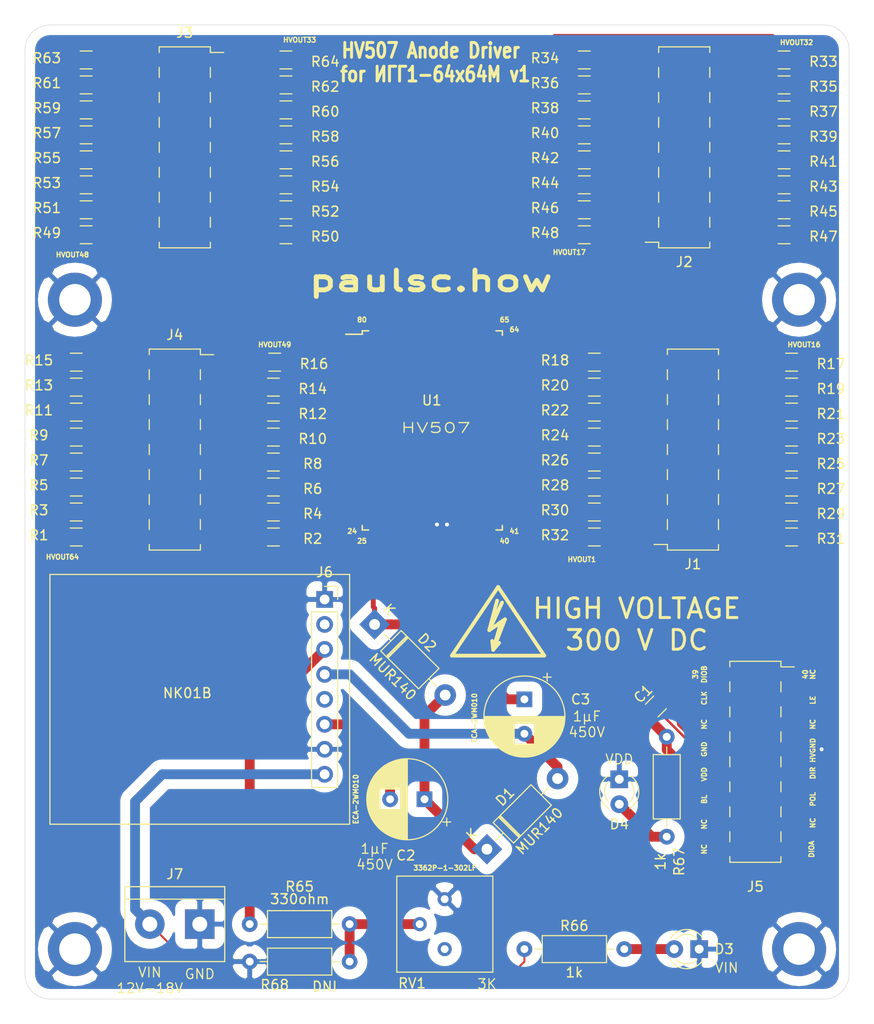
<source format=kicad_pcb>
(kicad_pcb (version 20171130) (host pcbnew "(5.1.2)-2")
  (layers (0 F.Cu signal) (31 B.Cu signal) (34 B.Paste user) (35 F.Paste user) (36 B.SilkS user) (37 F.SilkS user) (38 B.Mask user) (39 F.Mask user) (44 Edge.Cuts user))
  (net 0 "")
  (net 1 "Net-(J1-Pad15)")
  (net 2 "Net-(J1-Pad14)")
  (net 3 "Net-(J1-Pad13)")
  (net 4 "Net-(J1-Pad12)")
  (net 5 "Net-(J1-Pad11)")
  (net 6 "Net-(J1-Pad10)")
  (net 7 "Net-(J1-Pad9)")
  (net 8 "Net-(J1-Pad8)")
  (net 9 "Net-(J1-Pad7)")
  (net 10 "Net-(J1-Pad6)")
  (net 11 "Net-(J1-Pad5)")
  (net 12 "Net-(J1-Pad4)")
  (net 13 "Net-(J1-Pad3)")
  (net 14 "Net-(J1-Pad2)")
  (net 15 "Net-(J2-Pad7)")
  (net 16 "Net-(J2-Pad6)")
  (net 17 "Net-(J2-Pad5)")
  (net 18 "Net-(J2-Pad4)")
  (net 19 "Net-(J2-Pad3)")
  (net 20 "Net-(J2-Pad2)")
  (net 21 /HVOUT16)
  (net 22 /HVOUT1)
  (net 23 HVOUT32)
  (net 24 71)
  (net 25 70)
  (net 26 69)
  (net 27 68)
  (net 28 67)
  (net 29 66)
  (net 30 HVOUT25)
  (net 31 /HVOUT24)
  (net 32 /HVOUT17)
  (net 33 HVOUT48)
  (net 34 HVOUT47)
  (net 35 HVOUT46)
  (net 36 HVOUT45)
  (net 37 HVOUT44)
  (net 38 HVOUT43)
  (net 39 HVOUT42)
  (net 40 HVOUT41)
  (net 41 HVOUT40)
  (net 42 HVOUT39)
  (net 43 HVOUT38)
  (net 44 HVOUT37)
  (net 45 76)
  (net 46 75)
  (net 47 74)
  (net 48 HVOUT33)
  (net 49 /HVOUT64)
  (net 50 /HVOUT63)
  (net 51 /HVOUT62)
  (net 52 /HVOUT61)
  (net 53 /HVOUT60)
  (net 54 /HVOUT59)
  (net 55 /HVOUT58)
  (net 56 /HVOUT57)
  (net 57 /HVOUT56)
  (net 58 /HVOUT55)
  (net 59 /HVOUT54)
  (net 60 /HVOUT53)
  (net 61 /HVOUT52)
  (net 62 /HVOUT51)
  (net 63 /HVOUT50)
  (net 64 /HVOUT49)
  (net 65 /DIOA)
  (net 66 /~BL)
  (net 67 /~POL)
  (net 68 /DIR)
  (net 69 /CLK)
  (net 70 /~LE)
  (net 71 /DIOB)
  (net 72 GND)
  (net 73 VPP)
  (net 74 "Net-(J1-Pad16)")
  (net 75 "Net-(J1-Pad1)")
  (net 76 "Net-(J2-Pad16)")
  (net 77 "Net-(J2-Pad15)")
  (net 78 "Net-(J2-Pad14)")
  (net 79 "Net-(J2-Pad13)")
  (net 80 "Net-(J2-Pad12)")
  (net 81 "Net-(J2-Pad11)")
  (net 82 "Net-(J2-Pad10)")
  (net 83 "Net-(J2-Pad9)")
  (net 84 "Net-(J2-Pad8)")
  (net 85 "Net-(J2-Pad1)")
  (net 86 "Net-(J3-Pad16)")
  (net 87 "Net-(J3-Pad15)")
  (net 88 "Net-(J3-Pad14)")
  (net 89 "Net-(J3-Pad13)")
  (net 90 "Net-(J3-Pad12)")
  (net 91 "Net-(J3-Pad11)")
  (net 92 "Net-(J3-Pad10)")
  (net 93 "Net-(J3-Pad9)")
  (net 94 "Net-(J3-Pad8)")
  (net 95 "Net-(J3-Pad7)")
  (net 96 "Net-(J3-Pad6)")
  (net 97 "Net-(J3-Pad5)")
  (net 98 "Net-(J3-Pad4)")
  (net 99 "Net-(J3-Pad3)")
  (net 100 "Net-(J3-Pad2)")
  (net 101 "Net-(J3-Pad1)")
  (net 102 "Net-(J4-Pad16)")
  (net 103 "Net-(J4-Pad15)")
  (net 104 "Net-(J4-Pad14)")
  (net 105 "Net-(J4-Pad13)")
  (net 106 "Net-(J4-Pad12)")
  (net 107 "Net-(J4-Pad11)")
  (net 108 "Net-(J4-Pad10)")
  (net 109 "Net-(J4-Pad9)")
  (net 110 "Net-(J4-Pad8)")
  (net 111 "Net-(J4-Pad7)")
  (net 112 "Net-(J4-Pad6)")
  (net 113 "Net-(J4-Pad5)")
  (net 114 "Net-(J4-Pad4)")
  (net 115 "Net-(J4-Pad3)")
  (net 116 "Net-(J4-Pad2)")
  (net 117 "Net-(J4-Pad1)")
  (net 118 "Net-(R18-Pad2)")
  (net 119 "Net-(R19-Pad2)")
  (net 120 "Net-(R20-Pad2)")
  (net 121 "Net-(R21-Pad2)")
  (net 122 "Net-(R22-Pad2)")
  (net 123 "Net-(R23-Pad2)")
  (net 124 "Net-(R24-Pad2)")
  (net 125 "Net-(R25-Pad2)")
  (net 126 "Net-(R26-Pad2)")
  (net 127 "Net-(R27-Pad2)")
  (net 128 "Net-(R28-Pad2)")
  (net 129 "Net-(R29-Pad2)")
  (net 130 "Net-(R30-Pad2)")
  (net 131 "Net-(R31-Pad2)")
  (net 132 "Net-(R42-Pad2)")
  (net 133 "Net-(R43-Pad2)")
  (net 134 "Net-(R44-Pad2)")
  (net 135 "Net-(R45-Pad2)")
  (net 136 "Net-(R46-Pad2)")
  (net 137 "Net-(R47-Pad2)")
  (net 138 VDD)
  (net 139 "Net-(J5-Pad14)")
  (net 140 "Net-(J5-Pad13)")
  (net 141 "Net-(J5-Pad6)")
  (net 142 "Net-(J5-Pad5)")
  (net 143 "Net-(U1-Pad36)")
  (net 144 "Net-(U1-Pad35)")
  (net 145 "Net-(U1-Pad28)")
  (net 146 "Net-(U1-Pad27)")
  (net 147 PULSE)
  (net 148 "Net-(C2-Pad1)")
  (net 149 /VOUT)
  (net 150 VIN)
  (net 151 "Net-(J5-Pad16)")
  (net 152 "Net-(J5-Pad1)")
  (net 153 RX)
  (net 154 "Net-(R65-Pad2)")
  (net 155 "Net-(RV1-Pad3)")
  (net 156 "Net-(D3-Pad2)")
  (net 157 "Net-(D4-Pad2)")
  (net 158 "Net-(J6-Pad5)")
  (net 159 "Net-(J6-Pad2)")
  (module IGG_64_breakout:PinSocket_2x08_P2.54mm_Vertical_SMD_L (layer F.Cu) (at 176.276 45.466 180)
    (fp_text reference J2 (at 0 -11.66) (layer F.SilkS))
    (fp_text value Conn_01x16)
    (pad 16 smd rect (at -3.52 8.89 180) (size 4 1) (layers F.Cu F.Paste F.Mask) (net 76 "Net-(J2-Pad16)"))
    (pad 15 smd rect (at 3.52 8.89 180) (size 4 1) (layers F.Cu F.Paste F.Mask) (net 77 "Net-(J2-Pad15)"))
    (pad 14 smd rect (at -3.52 6.35 180) (size 4 1) (layers F.Cu F.Paste F.Mask) (net 78 "Net-(J2-Pad14)"))
    (pad 13 smd rect (at 3.52 6.35 180) (size 4 1) (layers F.Cu F.Paste F.Mask) (net 79 "Net-(J2-Pad13)"))
    (pad 12 smd rect (at -3.52 3.81 180) (size 4 1) (layers F.Cu F.Paste F.Mask) (net 80 "Net-(J2-Pad12)"))
    (pad 11 smd rect (at 3.52 3.81 180) (size 4 1) (layers F.Cu F.Paste F.Mask) (net 81 "Net-(J2-Pad11)"))
    (pad 10 smd rect (at -3.52 1.27 180) (size 4 1) (layers F.Cu F.Paste F.Mask) (net 82 "Net-(J2-Pad10)"))
    (pad 9 smd rect (at 3.52 1.27 180) (size 4 1) (layers F.Cu F.Paste F.Mask) (net 83 "Net-(J2-Pad9)"))
    (pad 8 smd rect (at -3.52 -1.27 180) (size 4 1) (layers F.Cu F.Paste F.Mask) (net 84 "Net-(J2-Pad8)"))
    (pad 7 smd rect (at 3.52 -1.27 180) (size 4 1) (layers F.Cu F.Paste F.Mask) (net 15 "Net-(J2-Pad7)"))
    (pad 6 smd rect (at -3.52 -3.81 180) (size 4 1) (layers F.Cu F.Paste F.Mask) (net 16 "Net-(J2-Pad6)"))
    (pad 5 smd rect (at 3.52 -3.81 180) (size 4 1) (layers F.Cu F.Paste F.Mask) (net 17 "Net-(J2-Pad5)"))
    (pad 4 smd rect (at -3.52 -6.35 180) (size 4 1) (layers F.Cu F.Paste F.Mask) (net 18 "Net-(J2-Pad4)"))
    (pad 3 smd rect (at 3.52 -6.35 180) (size 4 1) (layers F.Cu F.Paste F.Mask) (net 19 "Net-(J2-Pad3)"))
    (pad 2 smd rect (at -3.52 -8.89 180) (size 4 1) (layers F.Cu F.Paste F.Mask) (net 20 "Net-(J2-Pad2)"))
    (pad 1 smd rect (at 3.52 -8.89 180) (size 4 1) (layers F.Cu F.Paste F.Mask) (net 85 "Net-(J2-Pad1)"))
  )
  (module IGG_64_breakout:PinSocket_2x08_P2.54mm_Vertical_SMD_L (layer F.Cu) (at 177.165 76.2 180)
    (fp_text reference J1 (at 0 -11.66 180) (layer F.SilkS))
    (fp_text value Conn_01x16)
    (pad 16 smd rect (at -3.52 8.89 180) (size 4 1) (layers F.Cu F.Paste F.Mask) (net 74 "Net-(J1-Pad16)"))
    (pad 15 smd rect (at 3.52 8.89 180) (size 4 1) (layers F.Cu F.Paste F.Mask) (net 1 "Net-(J1-Pad15)"))
    (pad 14 smd rect (at -3.52 6.35 180) (size 4 1) (layers F.Cu F.Paste F.Mask) (net 2 "Net-(J1-Pad14)"))
    (pad 13 smd rect (at 3.52 6.35 180) (size 4 1) (layers F.Cu F.Paste F.Mask) (net 3 "Net-(J1-Pad13)"))
    (pad 12 smd rect (at -3.52 3.81 180) (size 4 1) (layers F.Cu F.Paste F.Mask) (net 4 "Net-(J1-Pad12)"))
    (pad 11 smd rect (at 3.52 3.81 180) (size 4 1) (layers F.Cu F.Paste F.Mask) (net 5 "Net-(J1-Pad11)"))
    (pad 10 smd rect (at -3.52 1.27 180) (size 4 1) (layers F.Cu F.Paste F.Mask) (net 6 "Net-(J1-Pad10)"))
    (pad 9 smd rect (at 3.52 1.27 180) (size 4 1) (layers F.Cu F.Paste F.Mask) (net 7 "Net-(J1-Pad9)"))
    (pad 8 smd rect (at -3.52 -1.27 180) (size 4 1) (layers F.Cu F.Paste F.Mask) (net 8 "Net-(J1-Pad8)"))
    (pad 7 smd rect (at 3.52 -1.27 180) (size 4 1) (layers F.Cu F.Paste F.Mask) (net 9 "Net-(J1-Pad7)"))
    (pad 6 smd rect (at -3.52 -3.81 180) (size 4 1) (layers F.Cu F.Paste F.Mask) (net 10 "Net-(J1-Pad6)"))
    (pad 5 smd rect (at 3.52 -3.81 180) (size 4 1) (layers F.Cu F.Paste F.Mask) (net 11 "Net-(J1-Pad5)"))
    (pad 4 smd rect (at -3.52 -6.35 180) (size 4 1) (layers F.Cu F.Paste F.Mask) (net 12 "Net-(J1-Pad4)"))
    (pad 3 smd rect (at 3.52 -6.35 180) (size 4 1) (layers F.Cu F.Paste F.Mask) (net 13 "Net-(J1-Pad3)"))
    (pad 2 smd rect (at -3.52 -8.89 180) (size 4 1) (layers F.Cu F.Paste F.Mask) (net 14 "Net-(J1-Pad2)"))
    (pad 1 smd rect (at 3.52 -8.89 180) (size 4 1) (layers F.Cu F.Paste F.Mask) (net 75 "Net-(J1-Pad1)"))
  )
  (module IGG_64_breakout:PinSocket_2x08_P2.54mm_Vertical_SMD_L (layer F.Cu) (at 183.515 107.95)
    (fp_text reference J5 (at 0 12.7) (layer F.SilkS))
    (fp_text value Conn_01x16)
    (pad 16 smd rect (at -3.52 8.89) (size 4 1) (layers F.Cu F.Paste F.Mask) (net 151 "Net-(J5-Pad16)"))
    (pad 15 smd rect (at 3.52 8.89) (size 4 1) (layers F.Cu F.Paste F.Mask) (net 65 /DIOA))
    (pad 14 smd rect (at -3.52 6.35) (size 4 1) (layers F.Cu F.Paste F.Mask) (net 139 "Net-(J5-Pad14)"))
    (pad 13 smd rect (at 3.52 6.35) (size 4 1) (layers F.Cu F.Paste F.Mask) (net 140 "Net-(J5-Pad13)"))
    (pad 12 smd rect (at -3.52 3.81) (size 4 1) (layers F.Cu F.Paste F.Mask) (net 66 /~BL))
    (pad 11 smd rect (at 3.52 3.81) (size 4 1) (layers F.Cu F.Paste F.Mask) (net 67 /~POL))
    (pad 10 smd rect (at -3.52 1.27) (size 4 1) (layers F.Cu F.Paste F.Mask) (net 138 VDD))
    (pad 9 smd rect (at 3.52 1.27) (size 4 1) (layers F.Cu F.Paste F.Mask) (net 68 /DIR))
    (pad 8 smd rect (at -3.52 -1.27) (size 4 1) (layers F.Cu F.Paste F.Mask) (net 72 GND))
    (pad 7 smd rect (at 3.52 -1.27) (size 4 1) (layers F.Cu F.Paste F.Mask) (net 72 GND))
    (pad 6 smd rect (at -3.52 -3.81) (size 4 1) (layers F.Cu F.Paste F.Mask) (net 141 "Net-(J5-Pad6)"))
    (pad 5 smd rect (at 3.52 -3.81) (size 4 1) (layers F.Cu F.Paste F.Mask) (net 142 "Net-(J5-Pad5)"))
    (pad 4 smd rect (at -3.52 -6.35) (size 4 1) (layers F.Cu F.Paste F.Mask) (net 69 /CLK))
    (pad 3 smd rect (at 3.52 -6.35) (size 4 1) (layers F.Cu F.Paste F.Mask) (net 70 /~LE))
    (pad 2 smd rect (at -3.52 -8.89) (size 4 1) (layers F.Cu F.Paste F.Mask) (net 71 /DIOB))
    (pad 1 smd rect (at 3.52 -8.89) (size 4 1) (layers F.Cu F.Paste F.Mask) (net 152 "Net-(J5-Pad1)"))
  )
  (module IGG_64_breakout:PinSocket_2x08_P2.54mm_Vertical_SMD_L (layer F.Cu) (at 124.46 76.2)
    (fp_text reference J4 (at 0 -11.66) (layer F.SilkS))
    (fp_text value Conn_01x16)
    (pad 16 smd rect (at -3.52 8.89) (size 4 1) (layers F.Cu F.Paste F.Mask) (net 102 "Net-(J4-Pad16)"))
    (pad 15 smd rect (at 3.52 8.89) (size 4 1) (layers F.Cu F.Paste F.Mask) (net 103 "Net-(J4-Pad15)"))
    (pad 14 smd rect (at -3.52 6.35) (size 4 1) (layers F.Cu F.Paste F.Mask) (net 104 "Net-(J4-Pad14)"))
    (pad 13 smd rect (at 3.52 6.35) (size 4 1) (layers F.Cu F.Paste F.Mask) (net 105 "Net-(J4-Pad13)"))
    (pad 12 smd rect (at -3.52 3.81) (size 4 1) (layers F.Cu F.Paste F.Mask) (net 106 "Net-(J4-Pad12)"))
    (pad 11 smd rect (at 3.52 3.81) (size 4 1) (layers F.Cu F.Paste F.Mask) (net 107 "Net-(J4-Pad11)"))
    (pad 10 smd rect (at -3.52 1.27) (size 4 1) (layers F.Cu F.Paste F.Mask) (net 108 "Net-(J4-Pad10)"))
    (pad 9 smd rect (at 3.52 1.27) (size 4 1) (layers F.Cu F.Paste F.Mask) (net 109 "Net-(J4-Pad9)"))
    (pad 8 smd rect (at -3.52 -1.27) (size 4 1) (layers F.Cu F.Paste F.Mask) (net 110 "Net-(J4-Pad8)"))
    (pad 7 smd rect (at 3.52 -1.27) (size 4 1) (layers F.Cu F.Paste F.Mask) (net 111 "Net-(J4-Pad7)"))
    (pad 6 smd rect (at -3.52 -3.81) (size 4 1) (layers F.Cu F.Paste F.Mask) (net 112 "Net-(J4-Pad6)"))
    (pad 5 smd rect (at 3.52 -3.81) (size 4 1) (layers F.Cu F.Paste F.Mask) (net 113 "Net-(J4-Pad5)"))
    (pad 4 smd rect (at -3.52 -6.35) (size 4 1) (layers F.Cu F.Paste F.Mask) (net 114 "Net-(J4-Pad4)"))
    (pad 3 smd rect (at 3.52 -6.35) (size 4 1) (layers F.Cu F.Paste F.Mask) (net 115 "Net-(J4-Pad3)"))
    (pad 2 smd rect (at -3.52 -8.89) (size 4 1) (layers F.Cu F.Paste F.Mask) (net 116 "Net-(J4-Pad2)"))
    (pad 1 smd rect (at 3.52 -8.89) (size 4 1) (layers F.Cu F.Paste F.Mask) (net 117 "Net-(J4-Pad1)"))
  )
  (module IGG_64_breakout:PinSocket_2x08_P2.54mm_Vertical_SMD_L (layer F.Cu) (at 125.476 45.466)
    (fp_text reference J3 (at 0 -11.66) (layer F.SilkS))
    (fp_text value Conn_01x16)
    (pad 16 smd rect (at -3.52 8.89) (size 4 1) (layers F.Cu F.Paste F.Mask) (net 86 "Net-(J3-Pad16)"))
    (pad 15 smd rect (at 3.52 8.89) (size 4 1) (layers F.Cu F.Paste F.Mask) (net 87 "Net-(J3-Pad15)"))
    (pad 14 smd rect (at -3.52 6.35) (size 4 1) (layers F.Cu F.Paste F.Mask) (net 88 "Net-(J3-Pad14)"))
    (pad 13 smd rect (at 3.52 6.35) (size 4 1) (layers F.Cu F.Paste F.Mask) (net 89 "Net-(J3-Pad13)"))
    (pad 12 smd rect (at -3.52 3.81) (size 4 1) (layers F.Cu F.Paste F.Mask) (net 90 "Net-(J3-Pad12)"))
    (pad 11 smd rect (at 3.52 3.81) (size 4 1) (layers F.Cu F.Paste F.Mask) (net 91 "Net-(J3-Pad11)"))
    (pad 10 smd rect (at -3.52 1.27) (size 4 1) (layers F.Cu F.Paste F.Mask) (net 92 "Net-(J3-Pad10)"))
    (pad 9 smd rect (at 3.52 1.27) (size 4 1) (layers F.Cu F.Paste F.Mask) (net 93 "Net-(J3-Pad9)"))
    (pad 8 smd rect (at -3.52 -1.27) (size 4 1) (layers F.Cu F.Paste F.Mask) (net 94 "Net-(J3-Pad8)"))
    (pad 7 smd rect (at 3.52 -1.27) (size 4 1) (layers F.Cu F.Paste F.Mask) (net 95 "Net-(J3-Pad7)"))
    (pad 6 smd rect (at -3.52 -3.81) (size 4 1) (layers F.Cu F.Paste F.Mask) (net 96 "Net-(J3-Pad6)"))
    (pad 5 smd rect (at 3.52 -3.81) (size 4 1) (layers F.Cu F.Paste F.Mask) (net 97 "Net-(J3-Pad5)"))
    (pad 4 smd rect (at -3.52 -6.35) (size 4 1) (layers F.Cu F.Paste F.Mask) (net 98 "Net-(J3-Pad4)"))
    (pad 3 smd rect (at 3.52 -6.35) (size 4 1) (layers F.Cu F.Paste F.Mask) (net 99 "Net-(J3-Pad3)"))
    (pad 2 smd rect (at -3.52 -8.89) (size 4 1) (layers F.Cu F.Paste F.Mask) (net 100 "Net-(J3-Pad2)"))
    (pad 1 smd rect (at 3.52 -8.89) (size 4 1) (layers F.Cu F.Paste F.Mask) (net 101 "Net-(J3-Pad1)"))
  )
  (module Resistor_SMD:R_1206_3216Metric (layer F.Cu) (at 115.44 54.356 180)
    (fp_text reference R49 (at 4 0.18) (layer F.SilkS))
    (fp_text value 100k)
    (pad 2 smd roundrect (at 1.4 0 180) (size 1.25 1.75) (layers F.Cu F.Paste F.Mask) (roundrect_rratio 0.2) (net 33 HVOUT48))
    (pad 1 smd roundrect (at -1.4 0 180) (size 1.25 1.75) (layers F.Cu F.Paste F.Mask) (roundrect_rratio 0.2) (net 86 "Net-(J3-Pad16)"))
  )
  (module Symbol:Symbol_HighVoltage_Type2_CopperTop_VerySmall (layer F.Cu) (at 157.345 94.36)
    (fp_text reference REF**)
    (fp_text value Symbol_HighVoltage_Type2_CopperTop_VerySmall)
  )
  (module Resistor_THT:R_Axial_DIN0207_L6.3mm_D2.5mm_P10.16mm_Horizontal (layer F.Cu) (at 142.24 128.27 180)
    (fp_text reference R68 (at 7.62 -2.37) (layer F.SilkS))
    (fp_text value DNI (at 2.54 -2.54) (layer F.SilkS))
    (pad 2 thru_hole oval (at 10.16 0 180) (size 1.6 1.6) (drill 0.8) (layers *.Cu *.Mask) (net 72 GND))
    (pad 1 thru_hole circle (at 0 0 180) (size 1.6 1.6) (drill 0.8) (layers *.Cu *.Mask) (net 154 "Net-(R65-Pad2)"))
  )
  (module MountingHole:MountingHole_3.2mm_M3_ISO14580_Pad (layer F.Cu) (at 187.96 127)
    (fp_text reference H4)
    (fp_text value MountingHole_Pad)
    (pad 1 thru_hole circle (at 0 0) (size 5.5 5.5) (drill 3.2) (layers *.Cu *.Mask) (net 72 GND))
  )
  (module MountingHole:MountingHole_3.2mm_M3_ISO14580_Pad (layer F.Cu) (at 187.96 60.96)
    (fp_text reference H3)
    (fp_text value MountingHole_Pad)
    (pad 1 thru_hole circle (at 0 0) (size 5.5 5.5) (drill 3.2) (layers *.Cu *.Mask) (net 72 GND))
  )
  (module MountingHole:MountingHole_3.2mm_M3_ISO14580_Pad (layer F.Cu) (at 114.3 127)
    (fp_text reference H2)
    (fp_text value MountingHole_Pad)
    (pad 1 thru_hole circle (at 0 0) (size 5.5 5.5) (drill 3.2) (layers *.Cu *.Mask) (net 72 GND))
  )
  (module MountingHole:MountingHole_3.2mm_M3_ISO14580_Pad (layer F.Cu) (at 114.3 60.96)
    (fp_text reference H1)
    (fp_text value MountingHole_Pad)
    (pad 1 thru_hole circle (at 0 0) (size 5.5 5.5) (drill 3.2) (layers *.Cu *.Mask) (net 72 GND))
  )
  (module LED_THT:LED_D3.0mm (layer F.Cu) (at 169.672 109.728 270)
    (fp_text reference D4 (at 4.572 0 180) (layer F.SilkS))
    (fp_text value LED)
    (pad 2 thru_hole circle (at 2.54 0 270) (size 1.8 1.8) (drill 0.9) (layers *.Cu *.Mask) (net 157 "Net-(D4-Pad2)"))
    (pad 1 thru_hole rect (at 0 0 270) (size 1.8 1.8) (drill 0.9) (layers *.Cu *.Mask) (net 72 GND))
  )
  (module LED_THT:LED_D3.0mm (layer F.Cu) (at 177.8 127 180)
    (fp_text reference D3 (at -2.54 0) (layer F.SilkS))
    (fp_text value LED)
    (pad 2 thru_hole circle (at 2.54 0 180) (size 1.8 1.8) (drill 0.9) (layers *.Cu *.Mask) (net 156 "Net-(D3-Pad2)"))
    (pad 1 thru_hole rect (at 0 0 180) (size 1.8 1.8) (drill 0.9) (layers *.Cu *.Mask) (net 72 GND))
  )
  (module Resistor_THT:R_Axial_DIN0207_L6.3mm_D2.5mm_P10.16mm_Horizontal (layer F.Cu) (at 174.498 105.41 270)
    (fp_text reference R67 (at 12.7 -1.27 90) (layer F.SilkS))
    (fp_text value 1k (at 12.7 0.635 90) (layer F.SilkS))
    (pad 2 thru_hole oval (at 10.16 0 270) (size 1.6 1.6) (drill 0.8) (layers *.Cu *.Mask) (net 157 "Net-(D4-Pad2)"))
    (pad 1 thru_hole circle (at 0 0 270) (size 1.6 1.6) (drill 0.8) (layers *.Cu *.Mask) (net 138 VDD))
  )
  (module Resistor_THT:R_Axial_DIN0207_L6.3mm_D2.5mm_P10.16mm_Horizontal (layer F.Cu) (at 160.02 127)
    (fp_text reference R66 (at 5.08 -2.37) (layer F.SilkS))
    (fp_text value 1k (at 5.08 2.37) (layer F.SilkS))
    (pad 2 thru_hole oval (at 10.16 0) (size 1.6 1.6) (drill 0.8) (layers *.Cu *.Mask) (net 156 "Net-(D3-Pad2)"))
    (pad 1 thru_hole circle (at 0 0) (size 1.6 1.6) (drill 0.8) (layers *.Cu *.Mask) (net 150 VIN))
  )
  (module Potentiometer_THT:Potentiometer_Bourns_3386P_Vertical (layer F.Cu) (at 151.91 121.92 180)
    (fp_text reference RV1 (at 3.32 -8.555) (layer F.SilkS))
    (fp_text value 3362P-1-302LF (at -0.015 3.175) (layer F.SilkS) (effects (font (size 0.5 0.5) (thickness 0.125))))
    (pad 1 thru_hole circle (at 0 0 180) (size 1.44 1.44) (drill 0.8) (layers *.Cu *.Mask) (net 72 GND))
    (pad 2 thru_hole circle (at 2.54 -2.54 180) (size 1.44 1.44) (drill 0.8) (layers *.Cu *.Mask) (net 154 "Net-(R65-Pad2)"))
    (pad 3 thru_hole circle (at 0 -5.08 180) (size 1.44 1.44) (drill 0.8) (layers *.Cu *.Mask) (net 155 "Net-(RV1-Pad3)"))
  )
  (module Resistor_THT:R_Axial_DIN0207_L6.3mm_D2.5mm_P10.16mm_Horizontal (layer F.Cu) (at 132.08 124.46)
    (fp_text reference R65 (at 5.08 -3.81) (layer F.SilkS))
    (fp_text value 330ohm (at 5.08 -2.54) (layer F.SilkS))
    (pad 2 thru_hole oval (at 10.16 0) (size 1.6 1.6) (drill 0.8) (layers *.Cu *.Mask) (net 154 "Net-(R65-Pad2)"))
    (pad 1 thru_hole circle (at 0 0) (size 1.6 1.6) (drill 0.8) (layers *.Cu *.Mask) (net 153 RX))
  )
  (module TerminalBlock:TerminalBlock_bornier-2_P5.08mm (layer F.Cu) (at 127 124.46 180)
    (fp_text reference J7 (at 2.54 5.08) (layer F.SilkS))
    (fp_text value Screw_Terminal_01x02)
    (pad 2 thru_hole circle (at 5.08 0 180) (size 3 3) (drill 1.52) (layers *.Cu *.Mask) (net 150 VIN))
    (pad 1 thru_hole rect (at 0 0 180) (size 3 3) (drill 1.52) (layers *.Cu *.Mask) (net 72 GND))
  )
  (module Connector_PinSocket_2.54mm:PinSocket_1x08_P2.54mm_Vertical (layer F.Cu) (at 139.7 91.44)
    (fp_text reference J6 (at 0 -2.77) (layer F.SilkS))
    (fp_text value NK01B)
    (pad 8 thru_hole oval (at 0 17.78) (size 1.7 1.7) (drill 1) (layers *.Cu *.Mask) (net 150 VIN))
    (pad 7 thru_hole oval (at 0 15.24) (size 1.7 1.7) (drill 1) (layers *.Cu *.Mask) (net 72 GND))
    (pad 6 thru_hole oval (at 0 12.7) (size 1.7 1.7) (drill 1) (layers *.Cu *.Mask) (net 147 PULSE))
    (pad 5 thru_hole oval (at 0 10.16) (size 1.7 1.7) (drill 1) (layers *.Cu *.Mask) (net 158 "Net-(J6-Pad5)"))
    (pad 4 thru_hole oval (at 0 7.62) (size 1.7 1.7) (drill 1) (layers *.Cu *.Mask) (net 149 /VOUT))
    (pad 3 thru_hole oval (at 0 5.08) (size 1.7 1.7) (drill 1) (layers *.Cu *.Mask) (net 153 RX))
    (pad 2 thru_hole oval (at 0 2.54) (size 1.7 1.7) (drill 1) (layers *.Cu *.Mask) (net 159 "Net-(J6-Pad2)"))
    (pad 1 thru_hole rect (at 0 0) (size 1.7 1.7) (drill 1) (layers *.Cu *.Mask) (net 72 GND))
  )
  (module Diode_THT:D_DO-41_SOD81_P10.16mm_Horizontal (layer F.Cu) (at 144.78 93.98 315)
    (fp_text reference D2 (at 5.08 -2.47 135) (layer F.SilkS))
    (fp_text value MUR140 (at 5.08 2.47 135) (layer F.SilkS))
    (fp_text user K (at 0 -2.1 135) (layer F.SilkS))
    (pad 2 thru_hole oval (at 10.16 0 315) (size 2.2 2.2) (drill 1.1) (layers *.Cu *.Mask) (net 148 "Net-(C2-Pad1)"))
    (pad 1 thru_hole rect (at 0 0 315) (size 2.2 2.2) (drill 1.1) (layers *.Cu *.Mask) (net 73 VPP))
  )
  (module Diode_THT:D_DO-41_SOD81_P10.16mm_Horizontal (layer F.Cu) (at 156.21 116.84 45)
    (fp_text reference D1 (at 5.08 -2.47 45) (layer F.SilkS))
    (fp_text value MUR140 (at 5.08 2.47 45) (layer F.SilkS))
    (fp_text user K (at 0 -2.1 45) (layer F.SilkS))
    (pad 2 thru_hole oval (at 10.16 0 45) (size 2.2 2.2) (drill 1.1) (layers *.Cu *.Mask) (net 149 /VOUT))
    (pad 1 thru_hole rect (at 0 0 45) (size 2.2 2.2) (drill 1.1) (layers *.Cu *.Mask) (net 148 "Net-(C2-Pad1)"))
  )
  (module Capacitor_THT:CP_Radial_D8.0mm_P3.50mm (layer F.Cu) (at 160.02 101.6 270)
    (fp_text reference C3 (at 0 -5.715 180) (layer F.SilkS))
    (fp_text value ECA-2WM010 (at 1.905 5.08 270) (layer F.SilkS) (effects (font (size 0.5 0.5) (thickness 0.125))))
    (pad 2 thru_hole circle (at 3.5 0 270) (size 1.6 1.6) (drill 0.8) (layers *.Cu *.Mask) (net 149 /VOUT))
    (pad 1 thru_hole rect (at 0 0 270) (size 1.6 1.6) (drill 0.8) (layers *.Cu *.Mask) (net 73 VPP))
  )
  (module Capacitor_THT:CP_Radial_D8.0mm_P3.50mm (layer F.Cu) (at 149.86 111.76 180)
    (fp_text reference C2 (at 1.905 -5.715 180) (layer F.SilkS))
    (fp_text value ECA-2WM010 (at 6.985 0 270) (layer F.SilkS) (effects (font (size 0.5 0.5) (thickness 0.125))))
    (pad 2 thru_hole circle (at 3.5 0 180) (size 1.6 1.6) (drill 0.8) (layers *.Cu *.Mask) (net 147 PULSE))
    (pad 1 thru_hole rect (at 0 0 180) (size 1.6 1.6) (drill 0.8) (layers *.Cu *.Mask) (net 148 "Net-(C2-Pad1)"))
  )
  (module Package_QFP:PQFP-80_14x20mm_P0.8mm (layer F.Cu) (at 150.65 74.25)
    (fp_text reference U1 (at -0.05 -3.05) (layer F.SilkS))
    (fp_text value PQFP-80)
    (pad 80 smd rect (at -6 -11.15 90) (size 2.3 0.5) (drill (offset 0.5 0)) (layers F.Cu F.Paste F.Mask) (net 41 HVOUT40))
    (pad 79 smd rect (at -5.2 -11.15 90) (size 2.3 0.5) (drill (offset 0.5 0)) (layers F.Cu F.Paste F.Mask) (net 42 HVOUT39))
    (pad 78 smd rect (at -4.4 -11.15 90) (size 2.3 0.5) (drill (offset 0.5 0)) (layers F.Cu F.Paste F.Mask) (net 43 HVOUT38))
    (pad 77 smd rect (at -3.6 -11.15 90) (size 2.3 0.5) (drill (offset 0.5 0)) (layers F.Cu F.Paste F.Mask) (net 44 HVOUT37))
    (pad 76 smd rect (at -2.8 -11.15 90) (size 2.3 0.5) (drill (offset 0.5 0)) (layers F.Cu F.Paste F.Mask) (net 45 76))
    (pad 75 smd rect (at -2 -11.15 90) (size 2.3 0.5) (drill (offset 0.5 0)) (layers F.Cu F.Paste F.Mask) (net 46 75))
    (pad 74 smd rect (at -1.2 -11.15 90) (size 2.3 0.5) (drill (offset 0.5 0)) (layers F.Cu F.Paste F.Mask) (net 47 74))
    (pad 73 smd rect (at -0.4 -11.15 90) (size 2.3 0.5) (drill (offset 0.5 0)) (layers F.Cu F.Paste F.Mask) (net 48 HVOUT33))
    (pad 72 smd rect (at 0.4 -11.15 90) (size 2.3 0.5) (drill (offset 0.5 0)) (layers F.Cu F.Paste F.Mask) (net 23 HVOUT32))
    (pad 71 smd rect (at 1.2 -11.15 90) (size 2.3 0.5) (drill (offset 0.5 0)) (layers F.Cu F.Paste F.Mask) (net 24 71))
    (pad 70 smd rect (at 2 -11.15 90) (size 2.3 0.5) (drill (offset 0.5 0)) (layers F.Cu F.Paste F.Mask) (net 25 70))
    (pad 69 smd rect (at 2.8 -11.15 90) (size 2.3 0.5) (drill (offset 0.5 0)) (layers F.Cu F.Paste F.Mask) (net 26 69))
    (pad 68 smd rect (at 3.6 -11.15 90) (size 2.3 0.5) (drill (offset 0.5 0)) (layers F.Cu F.Paste F.Mask) (net 27 68))
    (pad 67 smd rect (at 4.4 -11.15 90) (size 2.3 0.5) (drill (offset 0.5 0)) (layers F.Cu F.Paste F.Mask) (net 28 67))
    (pad 66 smd rect (at 5.2 -11.15 90) (size 2.3 0.5) (drill (offset 0.5 0)) (layers F.Cu F.Paste F.Mask) (net 29 66))
    (pad 65 smd rect (at 6 -11.15 90) (size 2.3 0.5) (drill (offset 0.5 0)) (layers F.Cu F.Paste F.Mask) (net 30 HVOUT25))
    (pad 64 smd rect (at 8.15 -9.2) (size 2.3 0.5) (drill (offset 0.5 0)) (layers F.Cu F.Paste F.Mask) (net 31 /HVOUT24))
    (pad 63 smd rect (at 8.15 -8.4) (size 2.3 0.5) (drill (offset 0.5 0)) (layers F.Cu F.Paste F.Mask) (net 132 "Net-(R42-Pad2)"))
    (pad 62 smd rect (at 8.15 -7.6) (size 2.3 0.5) (drill (offset 0.5 0)) (layers F.Cu F.Paste F.Mask) (net 133 "Net-(R43-Pad2)"))
    (pad 61 smd rect (at 8.15 -6.8) (size 2.3 0.5) (drill (offset 0.5 0)) (layers F.Cu F.Paste F.Mask) (net 134 "Net-(R44-Pad2)"))
    (pad 60 smd rect (at 8.15 -6) (size 2.3 0.5) (drill (offset 0.5 0)) (layers F.Cu F.Paste F.Mask) (net 135 "Net-(R45-Pad2)"))
    (pad 59 smd rect (at 8.15 -5.2) (size 2.3 0.5) (drill (offset 0.5 0)) (layers F.Cu F.Paste F.Mask) (net 136 "Net-(R46-Pad2)"))
    (pad 58 smd rect (at 8.15 -4.4) (size 2.3 0.5) (drill (offset 0.5 0)) (layers F.Cu F.Paste F.Mask) (net 137 "Net-(R47-Pad2)"))
    (pad 57 smd rect (at 8.15 -3.6) (size 2.3 0.5) (drill (offset 0.5 0)) (layers F.Cu F.Paste F.Mask) (net 32 /HVOUT17))
    (pad 56 smd rect (at 8.15 -2.8) (size 2.3 0.5) (drill (offset 0.5 0)) (layers F.Cu F.Paste F.Mask) (net 21 /HVOUT16))
    (pad 55 smd rect (at 8.15 -2) (size 2.3 0.5) (drill (offset 0.5 0)) (layers F.Cu F.Paste F.Mask) (net 118 "Net-(R18-Pad2)"))
    (pad 54 smd rect (at 8.15 -1.2) (size 2.3 0.5) (drill (offset 0.5 0)) (layers F.Cu F.Paste F.Mask) (net 119 "Net-(R19-Pad2)"))
    (pad 53 smd rect (at 8.15 -0.4) (size 2.3 0.5) (drill (offset 0.5 0)) (layers F.Cu F.Paste F.Mask) (net 120 "Net-(R20-Pad2)"))
    (pad 52 smd rect (at 8.15 0.4) (size 2.3 0.5) (drill (offset 0.5 0)) (layers F.Cu F.Paste F.Mask) (net 121 "Net-(R21-Pad2)"))
    (pad 51 smd rect (at 8.15 1.2) (size 2.3 0.5) (drill (offset 0.5 0)) (layers F.Cu F.Paste F.Mask) (net 122 "Net-(R22-Pad2)"))
    (pad 50 smd rect (at 8.15 2) (size 2.3 0.5) (drill (offset 0.5 0)) (layers F.Cu F.Paste F.Mask) (net 123 "Net-(R23-Pad2)"))
    (pad 49 smd rect (at 8.15 2.8) (size 2.3 0.5) (drill (offset 0.5 0)) (layers F.Cu F.Paste F.Mask) (net 124 "Net-(R24-Pad2)"))
    (pad 48 smd rect (at 8.15 3.6) (size 2.3 0.5) (drill (offset 0.5 0)) (layers F.Cu F.Paste F.Mask) (net 125 "Net-(R25-Pad2)"))
    (pad 47 smd rect (at 8.15 4.4) (size 2.3 0.5) (drill (offset 0.5 0)) (layers F.Cu F.Paste F.Mask) (net 126 "Net-(R26-Pad2)"))
    (pad 46 smd rect (at 8.15 5.2) (size 2.3 0.5) (drill (offset 0.5 0)) (layers F.Cu F.Paste F.Mask) (net 127 "Net-(R27-Pad2)"))
    (pad 45 smd rect (at 8.15 6) (size 2.3 0.5) (drill (offset 0.5 0)) (layers F.Cu F.Paste F.Mask) (net 128 "Net-(R28-Pad2)"))
    (pad 44 smd rect (at 8.15 6.8) (size 2.3 0.5) (drill (offset 0.5 0)) (layers F.Cu F.Paste F.Mask) (net 129 "Net-(R29-Pad2)"))
    (pad 43 smd rect (at 8.15 7.6) (size 2.3 0.5) (drill (offset 0.5 0)) (layers F.Cu F.Paste F.Mask) (net 130 "Net-(R30-Pad2)"))
    (pad 42 smd rect (at 8.15 8.4) (size 2.3 0.5) (drill (offset 0.5 0)) (layers F.Cu F.Paste F.Mask) (net 131 "Net-(R31-Pad2)"))
    (pad 41 smd rect (at 8.15 9.2) (size 2.3 0.5) (drill (offset 0.5 0)) (layers F.Cu F.Paste F.Mask) (net 22 /HVOUT1))
    (pad 40 smd rect (at 6 11.15 90) (size 2.3 0.5) (drill (offset -0.5 0)) (layers F.Cu F.Paste F.Mask) (net 73 VPP))
    (pad 39 smd rect (at 5.2 11.15 90) (size 2.3 0.5) (drill (offset -0.5 0)) (layers F.Cu F.Paste F.Mask) (net 71 /DIOB))
    (pad 38 smd rect (at 4.4 11.15 90) (size 2.3 0.5) (drill (offset -0.5 0)) (layers F.Cu F.Paste F.Mask) (net 70 /~LE))
    (pad 37 smd rect (at 3.6 11.15 90) (size 2.3 0.5) (drill (offset -0.5 0)) (layers F.Cu F.Paste F.Mask) (net 69 /CLK))
    (pad 36 smd rect (at 2.8 11.15 90) (size 2.3 0.5) (drill (offset -0.5 0)) (layers F.Cu F.Paste F.Mask) (net 143 "Net-(U1-Pad36)"))
    (pad 35 smd rect (at 2 11.15 90) (size 2.3 0.5) (drill (offset -0.5 0)) (layers F.Cu F.Paste F.Mask) (net 144 "Net-(U1-Pad35)"))
    (pad 34 smd rect (at 1.2 11.15 90) (size 2.3 0.5) (drill (offset -0.5 0)) (layers F.Cu F.Paste F.Mask) (net 72 GND))
    (pad 33 smd rect (at 0.4 11.15 90) (size 2.3 0.5) (drill (offset -0.5 0)) (layers F.Cu F.Paste F.Mask) (net 72 GND))
    (pad 32 smd rect (at -0.4 11.15 90) (size 2.3 0.5) (drill (offset -0.5 0)) (layers F.Cu F.Paste F.Mask) (net 68 /DIR))
    (pad 31 smd rect (at -1.2 11.15 90) (size 2.3 0.5) (drill (offset -0.5 0)) (layers F.Cu F.Paste F.Mask) (net 138 VDD))
    (pad 30 smd rect (at -2 11.15 90) (size 2.3 0.5) (drill (offset -0.5 0)) (layers F.Cu F.Paste F.Mask) (net 67 /~POL))
    (pad 29 smd rect (at -2.8 11.15 90) (size 2.3 0.5) (drill (offset -0.5 0)) (layers F.Cu F.Paste F.Mask) (net 66 /~BL))
    (pad 28 smd rect (at -3.6 11.15 90) (size 2.3 0.5) (drill (offset -0.5 0)) (layers F.Cu F.Paste F.Mask) (net 145 "Net-(U1-Pad28)"))
    (pad 27 smd rect (at -4.4 11.15 90) (size 2.3 0.5) (drill (offset -0.5 0)) (layers F.Cu F.Paste F.Mask) (net 146 "Net-(U1-Pad27)"))
    (pad 26 smd rect (at -5.2 11.15 90) (size 2.3 0.5) (drill (offset -0.5 0)) (layers F.Cu F.Paste F.Mask) (net 65 /DIOA))
    (pad 25 smd rect (at -6 11.15 90) (size 2.3 0.5) (drill (offset -0.5 0)) (layers F.Cu F.Paste F.Mask) (net 73 VPP))
    (pad 24 smd rect (at -8.15 9.2) (size 2.3 0.5) (drill (offset -0.5 0)) (layers F.Cu F.Paste F.Mask) (net 49 /HVOUT64))
    (pad 23 smd rect (at -8.15 8.4) (size 2.3 0.5) (drill (offset -0.5 0)) (layers F.Cu F.Paste F.Mask) (net 50 /HVOUT63))
    (pad 22 smd rect (at -8.15 7.6) (size 2.3 0.5) (drill (offset -0.5 0)) (layers F.Cu F.Paste F.Mask) (net 51 /HVOUT62))
    (pad 21 smd rect (at -8.15 6.8) (size 2.3 0.5) (drill (offset -0.5 0)) (layers F.Cu F.Paste F.Mask) (net 52 /HVOUT61))
    (pad 20 smd rect (at -8.15 6) (size 2.3 0.5) (drill (offset -0.5 0)) (layers F.Cu F.Paste F.Mask) (net 53 /HVOUT60))
    (pad 19 smd rect (at -8.15 5.2) (size 2.3 0.5) (drill (offset -0.5 0)) (layers F.Cu F.Paste F.Mask) (net 54 /HVOUT59))
    (pad 18 smd rect (at -8.15 4.4) (size 2.3 0.5) (drill (offset -0.5 0)) (layers F.Cu F.Paste F.Mask) (net 55 /HVOUT58))
    (pad 17 smd rect (at -8.15 3.6) (size 2.3 0.5) (drill (offset -0.5 0)) (layers F.Cu F.Paste F.Mask) (net 56 /HVOUT57))
    (pad 16 smd rect (at -8.15 2.8) (size 2.3 0.5) (drill (offset -0.5 0)) (layers F.Cu F.Paste F.Mask) (net 57 /HVOUT56))
    (pad 15 smd rect (at -8.15 2) (size 2.3 0.5) (drill (offset -0.5 0)) (layers F.Cu F.Paste F.Mask) (net 58 /HVOUT55))
    (pad 14 smd rect (at -8.15 1.2) (size 2.3 0.5) (drill (offset -0.5 0)) (layers F.Cu F.Paste F.Mask) (net 59 /HVOUT54))
    (pad 13 smd rect (at -8.15 0.4) (size 2.3 0.5) (drill (offset -0.5 0)) (layers F.Cu F.Paste F.Mask) (net 60 /HVOUT53))
    (pad 12 smd rect (at -8.15 -0.4) (size 2.3 0.5) (drill (offset -0.5 0)) (layers F.Cu F.Paste F.Mask) (net 61 /HVOUT52))
    (pad 11 smd rect (at -8.15 -1.2) (size 2.3 0.5) (drill (offset -0.5 0)) (layers F.Cu F.Paste F.Mask) (net 62 /HVOUT51))
    (pad 10 smd rect (at -8.15 -2) (size 2.3 0.5) (drill (offset -0.5 0)) (layers F.Cu F.Paste F.Mask) (net 63 /HVOUT50))
    (pad 9 smd rect (at -8.15 -2.8) (size 2.3 0.5) (drill (offset -0.5 0)) (layers F.Cu F.Paste F.Mask) (net 64 /HVOUT49))
    (pad 8 smd rect (at -8.15 -3.6) (size 2.3 0.5) (drill (offset -0.5 0)) (layers F.Cu F.Paste F.Mask) (net 33 HVOUT48))
    (pad 7 smd rect (at -8.15 -4.4) (size 2.3 0.5) (drill (offset -0.5 0)) (layers F.Cu F.Paste F.Mask) (net 34 HVOUT47))
    (pad 6 smd rect (at -8.15 -5.2) (size 2.3 0.5) (drill (offset -0.5 0)) (layers F.Cu F.Paste F.Mask) (net 35 HVOUT46))
    (pad 5 smd rect (at -8.15 -6) (size 2.3 0.5) (drill (offset -0.5 0)) (layers F.Cu F.Paste F.Mask) (net 36 HVOUT45))
    (pad 4 smd rect (at -8.15 -6.8) (size 2.3 0.5) (drill (offset -0.5 0)) (layers F.Cu F.Paste F.Mask) (net 37 HVOUT44))
    (pad 3 smd rect (at -8.15 -7.6) (size 2.3 0.5) (drill (offset -0.5 0)) (layers F.Cu F.Paste F.Mask) (net 38 HVOUT43))
    (pad 2 smd rect (at -8.15 -8.4) (size 2.3 0.5) (drill (offset -0.5 0)) (layers F.Cu F.Paste F.Mask) (net 39 HVOUT42))
    (pad 1 smd rect (at -8.15 -9.2) (size 2.3 0.5) (drill (offset -0.5 0)) (layers F.Cu F.Paste F.Mask) (net 40 HVOUT41))
  )
  (module Resistor_SMD:R_1206_3216Metric (layer F.Cu) (at 135.76 36.576)
    (fp_text reference R64 (at 4 0.18) (layer F.SilkS))
    (fp_text value 100k)
    (pad 2 smd roundrect (at 1.4 0) (size 1.25 1.75) (layers F.Cu F.Paste F.Mask) (roundrect_rratio 0.2) (net 48 HVOUT33))
    (pad 1 smd roundrect (at -1.4 0) (size 1.25 1.75) (layers F.Cu F.Paste F.Mask) (roundrect_rratio 0.2) (net 101 "Net-(J3-Pad1)"))
  )
  (module Resistor_SMD:R_1206_3216Metric (layer F.Cu) (at 115.44 36.576 180)
    (fp_text reference R63 (at 4 0.18) (layer F.SilkS))
    (fp_text value 100k)
    (pad 2 smd roundrect (at 1.4 0 180) (size 1.25 1.75) (layers F.Cu F.Paste F.Mask) (roundrect_rratio 0.2) (net 47 74))
    (pad 1 smd roundrect (at -1.4 0 180) (size 1.25 1.75) (layers F.Cu F.Paste F.Mask) (roundrect_rratio 0.2) (net 100 "Net-(J3-Pad2)"))
  )
  (module Resistor_SMD:R_1206_3216Metric (layer F.Cu) (at 135.76 39.116)
    (fp_text reference R62 (at 4 0.18) (layer F.SilkS))
    (fp_text value 100k)
    (pad 2 smd roundrect (at 1.4 0) (size 1.25 1.75) (layers F.Cu F.Paste F.Mask) (roundrect_rratio 0.2) (net 46 75))
    (pad 1 smd roundrect (at -1.4 0) (size 1.25 1.75) (layers F.Cu F.Paste F.Mask) (roundrect_rratio 0.2) (net 99 "Net-(J3-Pad3)"))
  )
  (module Resistor_SMD:R_1206_3216Metric (layer F.Cu) (at 115.44 39.116 180)
    (fp_text reference R61 (at 4 0.18) (layer F.SilkS))
    (fp_text value 100k)
    (pad 2 smd roundrect (at 1.4 0 180) (size 1.25 1.75) (layers F.Cu F.Paste F.Mask) (roundrect_rratio 0.2) (net 45 76))
    (pad 1 smd roundrect (at -1.4 0 180) (size 1.25 1.75) (layers F.Cu F.Paste F.Mask) (roundrect_rratio 0.2) (net 98 "Net-(J3-Pad4)"))
  )
  (module Resistor_SMD:R_1206_3216Metric (layer F.Cu) (at 135.76 41.656)
    (fp_text reference R60 (at 4 0.18) (layer F.SilkS))
    (fp_text value 100k)
    (pad 2 smd roundrect (at 1.4 0) (size 1.25 1.75) (layers F.Cu F.Paste F.Mask) (roundrect_rratio 0.2) (net 44 HVOUT37))
    (pad 1 smd roundrect (at -1.4 0) (size 1.25 1.75) (layers F.Cu F.Paste F.Mask) (roundrect_rratio 0.2) (net 97 "Net-(J3-Pad5)"))
  )
  (module Resistor_SMD:R_1206_3216Metric (layer F.Cu) (at 115.44 41.656 180)
    (fp_text reference R59 (at 4 0.18) (layer F.SilkS))
    (fp_text value 100k)
    (pad 2 smd roundrect (at 1.4 0 180) (size 1.25 1.75) (layers F.Cu F.Paste F.Mask) (roundrect_rratio 0.2) (net 43 HVOUT38))
    (pad 1 smd roundrect (at -1.4 0 180) (size 1.25 1.75) (layers F.Cu F.Paste F.Mask) (roundrect_rratio 0.2) (net 96 "Net-(J3-Pad6)"))
  )
  (module Resistor_SMD:R_1206_3216Metric (layer F.Cu) (at 135.76 44.196)
    (fp_text reference R58 (at 4 0.18) (layer F.SilkS))
    (fp_text value 100k)
    (pad 2 smd roundrect (at 1.4 0) (size 1.25 1.75) (layers F.Cu F.Paste F.Mask) (roundrect_rratio 0.2) (net 42 HVOUT39))
    (pad 1 smd roundrect (at -1.4 0) (size 1.25 1.75) (layers F.Cu F.Paste F.Mask) (roundrect_rratio 0.2) (net 95 "Net-(J3-Pad7)"))
  )
  (module Resistor_SMD:R_1206_3216Metric (layer F.Cu) (at 115.44 44.196 180)
    (fp_text reference R57 (at 4 0.18) (layer F.SilkS))
    (fp_text value 100k)
    (pad 2 smd roundrect (at 1.4 0 180) (size 1.25 1.75) (layers F.Cu F.Paste F.Mask) (roundrect_rratio 0.2) (net 41 HVOUT40))
    (pad 1 smd roundrect (at -1.4 0 180) (size 1.25 1.75) (layers F.Cu F.Paste F.Mask) (roundrect_rratio 0.2) (net 94 "Net-(J3-Pad8)"))
  )
  (module Resistor_SMD:R_1206_3216Metric (layer F.Cu) (at 135.76 46.736)
    (fp_text reference R56 (at 4 0.18) (layer F.SilkS))
    (fp_text value 100k)
    (pad 2 smd roundrect (at 1.4 0) (size 1.25 1.75) (layers F.Cu F.Paste F.Mask) (roundrect_rratio 0.2) (net 40 HVOUT41))
    (pad 1 smd roundrect (at -1.4 0) (size 1.25 1.75) (layers F.Cu F.Paste F.Mask) (roundrect_rratio 0.2) (net 93 "Net-(J3-Pad9)"))
  )
  (module Resistor_SMD:R_1206_3216Metric (layer F.Cu) (at 115.44 46.736 180)
    (fp_text reference R55 (at 4 0.18) (layer F.SilkS))
    (fp_text value 100k)
    (pad 2 smd roundrect (at 1.4 0 180) (size 1.25 1.75) (layers F.Cu F.Paste F.Mask) (roundrect_rratio 0.2) (net 39 HVOUT42))
    (pad 1 smd roundrect (at -1.4 0 180) (size 1.25 1.75) (layers F.Cu F.Paste F.Mask) (roundrect_rratio 0.2) (net 92 "Net-(J3-Pad10)"))
  )
  (module Resistor_SMD:R_1206_3216Metric (layer F.Cu) (at 135.76 49.276)
    (fp_text reference R54 (at 4 0.18) (layer F.SilkS))
    (fp_text value 100k)
    (pad 2 smd roundrect (at 1.4 0) (size 1.25 1.75) (layers F.Cu F.Paste F.Mask) (roundrect_rratio 0.2) (net 38 HVOUT43))
    (pad 1 smd roundrect (at -1.4 0) (size 1.25 1.75) (layers F.Cu F.Paste F.Mask) (roundrect_rratio 0.2) (net 91 "Net-(J3-Pad11)"))
  )
  (module Resistor_SMD:R_1206_3216Metric (layer F.Cu) (at 115.44 49.276 180)
    (fp_text reference R53 (at 4 0.18) (layer F.SilkS))
    (fp_text value 100k)
    (pad 2 smd roundrect (at 1.4 0 180) (size 1.25 1.75) (layers F.Cu F.Paste F.Mask) (roundrect_rratio 0.2) (net 37 HVOUT44))
    (pad 1 smd roundrect (at -1.4 0 180) (size 1.25 1.75) (layers F.Cu F.Paste F.Mask) (roundrect_rratio 0.2) (net 90 "Net-(J3-Pad12)"))
  )
  (module Resistor_SMD:R_1206_3216Metric (layer F.Cu) (at 135.76 51.816)
    (fp_text reference R52 (at 4 0.18) (layer F.SilkS))
    (fp_text value 100k)
    (pad 2 smd roundrect (at 1.4 0) (size 1.25 1.75) (layers F.Cu F.Paste F.Mask) (roundrect_rratio 0.2) (net 36 HVOUT45))
    (pad 1 smd roundrect (at -1.4 0) (size 1.25 1.75) (layers F.Cu F.Paste F.Mask) (roundrect_rratio 0.2) (net 89 "Net-(J3-Pad13)"))
  )
  (module Resistor_SMD:R_1206_3216Metric (layer F.Cu) (at 115.44 51.816 180)
    (fp_text reference R51 (at 4 0.18) (layer F.SilkS))
    (fp_text value 100k)
    (pad 2 smd roundrect (at 1.4 0 180) (size 1.25 1.75) (layers F.Cu F.Paste F.Mask) (roundrect_rratio 0.2) (net 35 HVOUT46))
    (pad 1 smd roundrect (at -1.4 0 180) (size 1.25 1.75) (layers F.Cu F.Paste F.Mask) (roundrect_rratio 0.2) (net 88 "Net-(J3-Pad14)"))
  )
  (module Resistor_SMD:R_1206_3216Metric (layer F.Cu) (at 135.76 54.356)
    (fp_text reference R50 (at 4 0.18) (layer F.SilkS))
    (fp_text value 100k)
    (pad 2 smd roundrect (at 1.4 0) (size 1.25 1.75) (layers F.Cu F.Paste F.Mask) (roundrect_rratio 0.2) (net 34 HVOUT47))
    (pad 1 smd roundrect (at -1.4 0) (size 1.25 1.75) (layers F.Cu F.Paste F.Mask) (roundrect_rratio 0.2) (net 87 "Net-(J3-Pad15)"))
  )
  (module Resistor_SMD:R_1206_3216Metric (layer F.Cu) (at 166.116 54.356 180)
    (fp_text reference R48 (at 4 0.18) (layer F.SilkS))
    (fp_text value 100k)
    (pad 2 smd roundrect (at 1.4 0 180) (size 1.25 1.75) (layers F.Cu F.Paste F.Mask) (roundrect_rratio 0.2) (net 32 /HVOUT17))
    (pad 1 smd roundrect (at -1.4 0 180) (size 1.25 1.75) (layers F.Cu F.Paste F.Mask) (roundrect_rratio 0.2) (net 85 "Net-(J2-Pad1)"))
  )
  (module Resistor_SMD:R_1206_3216Metric (layer F.Cu) (at 186.436 54.356)
    (fp_text reference R47 (at 4 0.18) (layer F.SilkS))
    (fp_text value 100k)
    (pad 2 smd roundrect (at 1.4 0) (size 1.25 1.75) (layers F.Cu F.Paste F.Mask) (roundrect_rratio 0.2) (net 137 "Net-(R47-Pad2)"))
    (pad 1 smd roundrect (at -1.4 0) (size 1.25 1.75) (layers F.Cu F.Paste F.Mask) (roundrect_rratio 0.2) (net 20 "Net-(J2-Pad2)"))
  )
  (module Resistor_SMD:R_1206_3216Metric (layer F.Cu) (at 166.116 51.816 180)
    (fp_text reference R46 (at 4 0.18) (layer F.SilkS))
    (fp_text value 100k)
    (pad 2 smd roundrect (at 1.4 0 180) (size 1.25 1.75) (layers F.Cu F.Paste F.Mask) (roundrect_rratio 0.2) (net 136 "Net-(R46-Pad2)"))
    (pad 1 smd roundrect (at -1.4 0 180) (size 1.25 1.75) (layers F.Cu F.Paste F.Mask) (roundrect_rratio 0.2) (net 19 "Net-(J2-Pad3)"))
  )
  (module Resistor_SMD:R_1206_3216Metric (layer F.Cu) (at 186.436 51.816)
    (fp_text reference R45 (at 4 0.18) (layer F.SilkS))
    (fp_text value 100k)
    (pad 2 smd roundrect (at 1.4 0) (size 1.25 1.75) (layers F.Cu F.Paste F.Mask) (roundrect_rratio 0.2) (net 135 "Net-(R45-Pad2)"))
    (pad 1 smd roundrect (at -1.4 0) (size 1.25 1.75) (layers F.Cu F.Paste F.Mask) (roundrect_rratio 0.2) (net 18 "Net-(J2-Pad4)"))
  )
  (module Resistor_SMD:R_1206_3216Metric (layer F.Cu) (at 166.116 49.276 180)
    (fp_text reference R44 (at 4 0.18) (layer F.SilkS))
    (fp_text value 100k)
    (pad 2 smd roundrect (at 1.4 0 180) (size 1.25 1.75) (layers F.Cu F.Paste F.Mask) (roundrect_rratio 0.2) (net 134 "Net-(R44-Pad2)"))
    (pad 1 smd roundrect (at -1.4 0 180) (size 1.25 1.75) (layers F.Cu F.Paste F.Mask) (roundrect_rratio 0.2) (net 17 "Net-(J2-Pad5)"))
  )
  (module Resistor_SMD:R_1206_3216Metric (layer F.Cu) (at 186.436 49.276)
    (fp_text reference R43 (at 4 0.18) (layer F.SilkS))
    (fp_text value 100k)
    (pad 2 smd roundrect (at 1.4 0) (size 1.25 1.75) (layers F.Cu F.Paste F.Mask) (roundrect_rratio 0.2) (net 133 "Net-(R43-Pad2)"))
    (pad 1 smd roundrect (at -1.4 0) (size 1.25 1.75) (layers F.Cu F.Paste F.Mask) (roundrect_rratio 0.2) (net 16 "Net-(J2-Pad6)"))
  )
  (module Resistor_SMD:R_1206_3216Metric (layer F.Cu) (at 166.116 46.736 180)
    (fp_text reference R42 (at 4 0.18) (layer F.SilkS))
    (fp_text value 100k)
    (pad 2 smd roundrect (at 1.4 0 180) (size 1.25 1.75) (layers F.Cu F.Paste F.Mask) (roundrect_rratio 0.2) (net 132 "Net-(R42-Pad2)"))
    (pad 1 smd roundrect (at -1.4 0 180) (size 1.25 1.75) (layers F.Cu F.Paste F.Mask) (roundrect_rratio 0.2) (net 15 "Net-(J2-Pad7)"))
  )
  (module Resistor_SMD:R_1206_3216Metric (layer F.Cu) (at 186.436 46.736)
    (fp_text reference R41 (at 4 0.18) (layer F.SilkS))
    (fp_text value 100k)
    (pad 2 smd roundrect (at 1.4 0) (size 1.25 1.75) (layers F.Cu F.Paste F.Mask) (roundrect_rratio 0.2) (net 31 /HVOUT24))
    (pad 1 smd roundrect (at -1.4 0) (size 1.25 1.75) (layers F.Cu F.Paste F.Mask) (roundrect_rratio 0.2) (net 84 "Net-(J2-Pad8)"))
  )
  (module Resistor_SMD:R_1206_3216Metric (layer F.Cu) (at 166.116 44.196 180)
    (fp_text reference R40 (at 4 0.18) (layer F.SilkS))
    (fp_text value 100k)
    (pad 2 smd roundrect (at 1.4 0 180) (size 1.25 1.75) (layers F.Cu F.Paste F.Mask) (roundrect_rratio 0.2) (net 30 HVOUT25))
    (pad 1 smd roundrect (at -1.4 0 180) (size 1.25 1.75) (layers F.Cu F.Paste F.Mask) (roundrect_rratio 0.2) (net 83 "Net-(J2-Pad9)"))
  )
  (module Resistor_SMD:R_1206_3216Metric (layer F.Cu) (at 186.436 44.196)
    (fp_text reference R39 (at 4 0.18) (layer F.SilkS))
    (fp_text value 100k)
    (pad 2 smd roundrect (at 1.4 0) (size 1.25 1.75) (layers F.Cu F.Paste F.Mask) (roundrect_rratio 0.2) (net 29 66))
    (pad 1 smd roundrect (at -1.4 0) (size 1.25 1.75) (layers F.Cu F.Paste F.Mask) (roundrect_rratio 0.2) (net 82 "Net-(J2-Pad10)"))
  )
  (module Resistor_SMD:R_1206_3216Metric (layer F.Cu) (at 166.116 41.656 180)
    (fp_text reference R38 (at 4 0.18) (layer F.SilkS))
    (fp_text value 100k)
    (pad 2 smd roundrect (at 1.4 0 180) (size 1.25 1.75) (layers F.Cu F.Paste F.Mask) (roundrect_rratio 0.2) (net 28 67))
    (pad 1 smd roundrect (at -1.4 0 180) (size 1.25 1.75) (layers F.Cu F.Paste F.Mask) (roundrect_rratio 0.2) (net 81 "Net-(J2-Pad11)"))
  )
  (module Resistor_SMD:R_1206_3216Metric (layer F.Cu) (at 186.436 41.656)
    (fp_text reference R37 (at 4 0.18) (layer F.SilkS))
    (fp_text value 100k)
    (pad 2 smd roundrect (at 1.4 0) (size 1.25 1.75) (layers F.Cu F.Paste F.Mask) (roundrect_rratio 0.2) (net 27 68))
    (pad 1 smd roundrect (at -1.4 0) (size 1.25 1.75) (layers F.Cu F.Paste F.Mask) (roundrect_rratio 0.2) (net 80 "Net-(J2-Pad12)"))
  )
  (module Resistor_SMD:R_1206_3216Metric (layer F.Cu) (at 166.116 39.116 180)
    (fp_text reference R36 (at 4 0.18) (layer F.SilkS))
    (fp_text value 100k)
    (pad 2 smd roundrect (at 1.4 0 180) (size 1.25 1.75) (layers F.Cu F.Paste F.Mask) (roundrect_rratio 0.2) (net 26 69))
    (pad 1 smd roundrect (at -1.4 0 180) (size 1.25 1.75) (layers F.Cu F.Paste F.Mask) (roundrect_rratio 0.2) (net 79 "Net-(J2-Pad13)"))
  )
  (module Resistor_SMD:R_1206_3216Metric (layer F.Cu) (at 186.436 39.116)
    (fp_text reference R35 (at 4 0.18) (layer F.SilkS))
    (fp_text value 100k)
    (pad 2 smd roundrect (at 1.4 0) (size 1.25 1.75) (layers F.Cu F.Paste F.Mask) (roundrect_rratio 0.2) (net 25 70))
    (pad 1 smd roundrect (at -1.4 0) (size 1.25 1.75) (layers F.Cu F.Paste F.Mask) (roundrect_rratio 0.2) (net 78 "Net-(J2-Pad14)"))
  )
  (module Resistor_SMD:R_1206_3216Metric (layer F.Cu) (at 166.116 36.576 180)
    (fp_text reference R34 (at 4 0.18) (layer F.SilkS))
    (fp_text value 100k)
    (pad 2 smd roundrect (at 1.4 0 180) (size 1.25 1.75) (layers F.Cu F.Paste F.Mask) (roundrect_rratio 0.2) (net 24 71))
    (pad 1 smd roundrect (at -1.4 0 180) (size 1.25 1.75) (layers F.Cu F.Paste F.Mask) (roundrect_rratio 0.2) (net 77 "Net-(J2-Pad15)"))
  )
  (module Resistor_SMD:R_1206_3216Metric (layer F.Cu) (at 186.436 36.576)
    (fp_text reference R33 (at 4 0.18) (layer F.SilkS))
    (fp_text value 100k)
    (pad 2 smd roundrect (at 1.4 0) (size 1.25 1.75) (layers F.Cu F.Paste F.Mask) (roundrect_rratio 0.2) (net 23 HVOUT32))
    (pad 1 smd roundrect (at -1.4 0) (size 1.25 1.75) (layers F.Cu F.Paste F.Mask) (roundrect_rratio 0.2) (net 76 "Net-(J2-Pad16)"))
  )
  (module Resistor_SMD:R_1206_3216Metric (layer F.Cu) (at 167.132 85.09 180)
    (fp_text reference R32 (at 4 0.18) (layer F.SilkS))
    (fp_text value 100k)
    (pad 2 smd roundrect (at 1.4 0 180) (size 1.25 1.75) (layers F.Cu F.Paste F.Mask) (roundrect_rratio 0.2) (net 22 /HVOUT1))
    (pad 1 smd roundrect (at -1.4 0 180) (size 1.25 1.75) (layers F.Cu F.Paste F.Mask) (roundrect_rratio 0.2) (net 75 "Net-(J1-Pad1)"))
  )
  (module Resistor_SMD:R_1206_3216Metric (layer F.Cu) (at 187.198 85.09)
    (fp_text reference R31 (at 4 0.18) (layer F.SilkS))
    (fp_text value 100k)
    (pad 2 smd roundrect (at 1.4 0) (size 1.25 1.75) (layers F.Cu F.Paste F.Mask) (roundrect_rratio 0.2) (net 131 "Net-(R31-Pad2)"))
    (pad 1 smd roundrect (at -1.4 0) (size 1.25 1.75) (layers F.Cu F.Paste F.Mask) (roundrect_rratio 0.2) (net 14 "Net-(J1-Pad2)"))
  )
  (module Resistor_SMD:R_1206_3216Metric (layer F.Cu) (at 167.132 82.55 180)
    (fp_text reference R30 (at 4 0.18) (layer F.SilkS))
    (fp_text value 100k)
    (pad 2 smd roundrect (at 1.4 0 180) (size 1.25 1.75) (layers F.Cu F.Paste F.Mask) (roundrect_rratio 0.2) (net 130 "Net-(R30-Pad2)"))
    (pad 1 smd roundrect (at -1.4 0 180) (size 1.25 1.75) (layers F.Cu F.Paste F.Mask) (roundrect_rratio 0.2) (net 13 "Net-(J1-Pad3)"))
  )
  (module Resistor_SMD:R_1206_3216Metric (layer F.Cu) (at 187.198 82.55)
    (fp_text reference R29 (at 4 0.18) (layer F.SilkS))
    (fp_text value 100k)
    (pad 2 smd roundrect (at 1.4 0) (size 1.25 1.75) (layers F.Cu F.Paste F.Mask) (roundrect_rratio 0.2) (net 129 "Net-(R29-Pad2)"))
    (pad 1 smd roundrect (at -1.4 0) (size 1.25 1.75) (layers F.Cu F.Paste F.Mask) (roundrect_rratio 0.2) (net 12 "Net-(J1-Pad4)"))
  )
  (module Resistor_SMD:R_1206_3216Metric (layer F.Cu) (at 167.132 80.01 180)
    (fp_text reference R28 (at 4 0.18) (layer F.SilkS))
    (fp_text value 100k)
    (pad 2 smd roundrect (at 1.4 0 180) (size 1.25 1.75) (layers F.Cu F.Paste F.Mask) (roundrect_rratio 0.2) (net 128 "Net-(R28-Pad2)"))
    (pad 1 smd roundrect (at -1.4 0 180) (size 1.25 1.75) (layers F.Cu F.Paste F.Mask) (roundrect_rratio 0.2) (net 11 "Net-(J1-Pad5)"))
  )
  (module Resistor_SMD:R_1206_3216Metric (layer F.Cu) (at 187.198 80.01)
    (fp_text reference R27 (at 4 0.18) (layer F.SilkS))
    (fp_text value 100k)
    (pad 2 smd roundrect (at 1.4 0) (size 1.25 1.75) (layers F.Cu F.Paste F.Mask) (roundrect_rratio 0.2) (net 127 "Net-(R27-Pad2)"))
    (pad 1 smd roundrect (at -1.4 0) (size 1.25 1.75) (layers F.Cu F.Paste F.Mask) (roundrect_rratio 0.2) (net 10 "Net-(J1-Pad6)"))
  )
  (module Resistor_SMD:R_1206_3216Metric (layer F.Cu) (at 167.132 77.47 180)
    (fp_text reference R26 (at 4 0.18) (layer F.SilkS))
    (fp_text value 100k)
    (pad 2 smd roundrect (at 1.4 0 180) (size 1.25 1.75) (layers F.Cu F.Paste F.Mask) (roundrect_rratio 0.2) (net 126 "Net-(R26-Pad2)"))
    (pad 1 smd roundrect (at -1.4 0 180) (size 1.25 1.75) (layers F.Cu F.Paste F.Mask) (roundrect_rratio 0.2) (net 9 "Net-(J1-Pad7)"))
  )
  (module Resistor_SMD:R_1206_3216Metric (layer F.Cu) (at 187.198 77.47)
    (fp_text reference R25 (at 4 0.18) (layer F.SilkS))
    (fp_text value 100k)
    (pad 2 smd roundrect (at 1.4 0) (size 1.25 1.75) (layers F.Cu F.Paste F.Mask) (roundrect_rratio 0.2) (net 125 "Net-(R25-Pad2)"))
    (pad 1 smd roundrect (at -1.4 0) (size 1.25 1.75) (layers F.Cu F.Paste F.Mask) (roundrect_rratio 0.2) (net 8 "Net-(J1-Pad8)"))
  )
  (module Resistor_SMD:R_1206_3216Metric (layer F.Cu) (at 167.132 74.93 180)
    (fp_text reference R24 (at 4 0.18) (layer F.SilkS))
    (fp_text value 100k)
    (pad 2 smd roundrect (at 1.4 0 180) (size 1.25 1.75) (layers F.Cu F.Paste F.Mask) (roundrect_rratio 0.2) (net 124 "Net-(R24-Pad2)"))
    (pad 1 smd roundrect (at -1.4 0 180) (size 1.25 1.75) (layers F.Cu F.Paste F.Mask) (roundrect_rratio 0.2) (net 7 "Net-(J1-Pad9)"))
  )
  (module Resistor_SMD:R_1206_3216Metric (layer F.Cu) (at 187.198 74.93)
    (fp_text reference R23 (at 4 0.18) (layer F.SilkS))
    (fp_text value 100k)
    (pad 2 smd roundrect (at 1.4 0) (size 1.25 1.75) (layers F.Cu F.Paste F.Mask) (roundrect_rratio 0.2) (net 123 "Net-(R23-Pad2)"))
    (pad 1 smd roundrect (at -1.4 0) (size 1.25 1.75) (layers F.Cu F.Paste F.Mask) (roundrect_rratio 0.2) (net 6 "Net-(J1-Pad10)"))
  )
  (module Resistor_SMD:R_1206_3216Metric (layer F.Cu) (at 167.132 72.39 180)
    (fp_text reference R22 (at 4 0.18) (layer F.SilkS))
    (fp_text value 100k)
    (pad 2 smd roundrect (at 1.4 0 180) (size 1.25 1.75) (layers F.Cu F.Paste F.Mask) (roundrect_rratio 0.2) (net 122 "Net-(R22-Pad2)"))
    (pad 1 smd roundrect (at -1.4 0 180) (size 1.25 1.75) (layers F.Cu F.Paste F.Mask) (roundrect_rratio 0.2) (net 5 "Net-(J1-Pad11)"))
  )
  (module Resistor_SMD:R_1206_3216Metric (layer F.Cu) (at 187.198 72.39)
    (fp_text reference R21 (at 4 0.18) (layer F.SilkS))
    (fp_text value 100k)
    (pad 2 smd roundrect (at 1.4 0) (size 1.25 1.75) (layers F.Cu F.Paste F.Mask) (roundrect_rratio 0.2) (net 121 "Net-(R21-Pad2)"))
    (pad 1 smd roundrect (at -1.4 0) (size 1.25 1.75) (layers F.Cu F.Paste F.Mask) (roundrect_rratio 0.2) (net 4 "Net-(J1-Pad12)"))
  )
  (module Resistor_SMD:R_1206_3216Metric (layer F.Cu) (at 167.132 69.85 180)
    (fp_text reference R20 (at 4 0.18) (layer F.SilkS))
    (fp_text value 100k)
    (pad 2 smd roundrect (at 1.4 0 180) (size 1.25 1.75) (layers F.Cu F.Paste F.Mask) (roundrect_rratio 0.2) (net 120 "Net-(R20-Pad2)"))
    (pad 1 smd roundrect (at -1.4 0 180) (size 1.25 1.75) (layers F.Cu F.Paste F.Mask) (roundrect_rratio 0.2) (net 3 "Net-(J1-Pad13)"))
  )
  (module Resistor_SMD:R_1206_3216Metric (layer F.Cu) (at 187.198 69.85)
    (fp_text reference R19 (at 4 0.18) (layer F.SilkS))
    (fp_text value 100k)
    (pad 2 smd roundrect (at 1.4 0) (size 1.25 1.75) (layers F.Cu F.Paste F.Mask) (roundrect_rratio 0.2) (net 119 "Net-(R19-Pad2)"))
    (pad 1 smd roundrect (at -1.4 0) (size 1.25 1.75) (layers F.Cu F.Paste F.Mask) (roundrect_rratio 0.2) (net 2 "Net-(J1-Pad14)"))
  )
  (module Resistor_SMD:R_1206_3216Metric (layer F.Cu) (at 167.132 67.31 180)
    (fp_text reference R18 (at 4 0.18) (layer F.SilkS))
    (fp_text value 100k)
    (pad 2 smd roundrect (at 1.4 0 180) (size 1.25 1.75) (layers F.Cu F.Paste F.Mask) (roundrect_rratio 0.2) (net 118 "Net-(R18-Pad2)"))
    (pad 1 smd roundrect (at -1.4 0 180) (size 1.25 1.75) (layers F.Cu F.Paste F.Mask) (roundrect_rratio 0.2) (net 1 "Net-(J1-Pad15)"))
  )
  (module Resistor_SMD:R_1206_3216Metric (layer F.Cu) (at 187.198 67.31)
    (fp_text reference R17 (at 4 0.18) (layer F.SilkS))
    (fp_text value 100k)
    (pad 2 smd roundrect (at 1.4 0) (size 1.25 1.75) (layers F.Cu F.Paste F.Mask) (roundrect_rratio 0.2) (net 21 /HVOUT16))
    (pad 1 smd roundrect (at -1.4 0) (size 1.25 1.75) (layers F.Cu F.Paste F.Mask) (roundrect_rratio 0.2) (net 74 "Net-(J1-Pad16)"))
  )
  (module Resistor_SMD:R_1206_3216Metric (layer F.Cu) (at 134.62 67.31)
    (fp_text reference R16 (at 4 0.18) (layer F.SilkS))
    (fp_text value 100k)
    (pad 2 smd roundrect (at 1.4 0) (size 1.25 1.75) (layers F.Cu F.Paste F.Mask) (roundrect_rratio 0.2) (net 64 /HVOUT49))
    (pad 1 smd roundrect (at -1.4 0) (size 1.25 1.75) (layers F.Cu F.Paste F.Mask) (roundrect_rratio 0.2) (net 117 "Net-(J4-Pad1)"))
  )
  (module Resistor_SMD:R_1206_3216Metric (layer F.Cu) (at 114.43 67.31 180)
    (fp_text reference R15 (at 3.8 0.18) (layer F.SilkS))
    (fp_text value 100k)
    (pad 2 smd roundrect (at 1.4 0 180) (size 1.25 1.75) (layers F.Cu F.Paste F.Mask) (roundrect_rratio 0.2) (net 63 /HVOUT50))
    (pad 1 smd roundrect (at -1.4 0 180) (size 1.25 1.75) (layers F.Cu F.Paste F.Mask) (roundrect_rratio 0.2) (net 116 "Net-(J4-Pad2)"))
  )
  (module Resistor_SMD:R_1206_3216Metric (layer F.Cu) (at 134.49 69.85)
    (fp_text reference R14 (at 4 0.18) (layer F.SilkS))
    (fp_text value 100k)
    (pad 2 smd roundrect (at 1.4 0) (size 1.25 1.75) (layers F.Cu F.Paste F.Mask) (roundrect_rratio 0.2) (net 62 /HVOUT51))
    (pad 1 smd roundrect (at -1.4 0) (size 1.25 1.75) (layers F.Cu F.Paste F.Mask) (roundrect_rratio 0.2) (net 115 "Net-(J4-Pad3)"))
  )
  (module Resistor_SMD:R_1206_3216Metric (layer F.Cu) (at 114.43 69.85 180)
    (fp_text reference R13 (at 3.8 0.18) (layer F.SilkS))
    (fp_text value 100k)
    (pad 2 smd roundrect (at 1.4 0 180) (size 1.25 1.75) (layers F.Cu F.Paste F.Mask) (roundrect_rratio 0.2) (net 61 /HVOUT52))
    (pad 1 smd roundrect (at -1.4 0 180) (size 1.25 1.75) (layers F.Cu F.Paste F.Mask) (roundrect_rratio 0.2) (net 114 "Net-(J4-Pad4)"))
  )
  (module Resistor_SMD:R_1206_3216Metric (layer F.Cu) (at 134.49 72.39)
    (fp_text reference R12 (at 4 0.18) (layer F.SilkS))
    (fp_text value 100k)
    (pad 2 smd roundrect (at 1.4 0) (size 1.25 1.75) (layers F.Cu F.Paste F.Mask) (roundrect_rratio 0.2) (net 60 /HVOUT53))
    (pad 1 smd roundrect (at -1.4 0) (size 1.25 1.75) (layers F.Cu F.Paste F.Mask) (roundrect_rratio 0.2) (net 113 "Net-(J4-Pad5)"))
  )
  (module Resistor_SMD:R_1206_3216Metric (layer F.Cu) (at 114.43 72.39 180)
    (fp_text reference R11 (at 3.8 0.18) (layer F.SilkS))
    (fp_text value 100k)
    (pad 2 smd roundrect (at 1.4 0 180) (size 1.25 1.75) (layers F.Cu F.Paste F.Mask) (roundrect_rratio 0.2) (net 59 /HVOUT54))
    (pad 1 smd roundrect (at -1.4 0 180) (size 1.25 1.75) (layers F.Cu F.Paste F.Mask) (roundrect_rratio 0.2) (net 112 "Net-(J4-Pad6)"))
  )
  (module Resistor_SMD:R_1206_3216Metric (layer F.Cu) (at 134.49 74.93)
    (fp_text reference R10 (at 4 0.18) (layer F.SilkS))
    (fp_text value 100k)
    (pad 2 smd roundrect (at 1.4 0) (size 1.25 1.75) (layers F.Cu F.Paste F.Mask) (roundrect_rratio 0.2) (net 58 /HVOUT55))
    (pad 1 smd roundrect (at -1.4 0) (size 1.25 1.75) (layers F.Cu F.Paste F.Mask) (roundrect_rratio 0.2) (net 111 "Net-(J4-Pad7)"))
  )
  (module Resistor_SMD:R_1206_3216Metric (layer F.Cu) (at 114.43 74.93 180)
    (fp_text reference R9 (at 3.8 0.18) (layer F.SilkS))
    (fp_text value 100k)
    (pad 2 smd roundrect (at 1.4 0 180) (size 1.25 1.75) (layers F.Cu F.Paste F.Mask) (roundrect_rratio 0.2) (net 57 /HVOUT56))
    (pad 1 smd roundrect (at -1.4 0 180) (size 1.25 1.75) (layers F.Cu F.Paste F.Mask) (roundrect_rratio 0.2) (net 110 "Net-(J4-Pad8)"))
  )
  (module Resistor_SMD:R_1206_3216Metric (layer F.Cu) (at 134.49 77.47)
    (fp_text reference R8 (at 4 0.18) (layer F.SilkS))
    (fp_text value 100k)
    (pad 2 smd roundrect (at 1.4 0) (size 1.25 1.75) (layers F.Cu F.Paste F.Mask) (roundrect_rratio 0.2) (net 56 /HVOUT57))
    (pad 1 smd roundrect (at -1.4 0) (size 1.25 1.75) (layers F.Cu F.Paste F.Mask) (roundrect_rratio 0.2) (net 109 "Net-(J4-Pad9)"))
  )
  (module Resistor_SMD:R_1206_3216Metric (layer F.Cu) (at 114.43 77.47 180)
    (fp_text reference R7 (at 3.8 0.18) (layer F.SilkS))
    (fp_text value 100k)
    (pad 2 smd roundrect (at 1.4 0 180) (size 1.25 1.75) (layers F.Cu F.Paste F.Mask) (roundrect_rratio 0.2) (net 55 /HVOUT58))
    (pad 1 smd roundrect (at -1.4 0 180) (size 1.25 1.75) (layers F.Cu F.Paste F.Mask) (roundrect_rratio 0.2) (net 108 "Net-(J4-Pad10)"))
  )
  (module Resistor_SMD:R_1206_3216Metric (layer F.Cu) (at 134.49 80.01)
    (fp_text reference R6 (at 4 0.18) (layer F.SilkS))
    (fp_text value 100k)
    (pad 2 smd roundrect (at 1.4 0) (size 1.25 1.75) (layers F.Cu F.Paste F.Mask) (roundrect_rratio 0.2) (net 54 /HVOUT59))
    (pad 1 smd roundrect (at -1.4 0) (size 1.25 1.75) (layers F.Cu F.Paste F.Mask) (roundrect_rratio 0.2) (net 107 "Net-(J4-Pad11)"))
  )
  (module Resistor_SMD:R_1206_3216Metric (layer F.Cu) (at 114.43 80.01 180)
    (fp_text reference R5 (at 3.8 0.18) (layer F.SilkS))
    (fp_text value 100k)
    (pad 2 smd roundrect (at 1.4 0 180) (size 1.25 1.75) (layers F.Cu F.Paste F.Mask) (roundrect_rratio 0.2) (net 53 /HVOUT60))
    (pad 1 smd roundrect (at -1.4 0 180) (size 1.25 1.75) (layers F.Cu F.Paste F.Mask) (roundrect_rratio 0.2) (net 106 "Net-(J4-Pad12)"))
  )
  (module Resistor_SMD:R_1206_3216Metric (layer F.Cu) (at 134.49 82.55)
    (fp_text reference R4 (at 4 0.18) (layer F.SilkS))
    (fp_text value 100k)
    (pad 2 smd roundrect (at 1.4 0) (size 1.25 1.75) (layers F.Cu F.Paste F.Mask) (roundrect_rratio 0.2) (net 52 /HVOUT61))
    (pad 1 smd roundrect (at -1.4 0) (size 1.25 1.75) (layers F.Cu F.Paste F.Mask) (roundrect_rratio 0.2) (net 105 "Net-(J4-Pad13)"))
  )
  (module Resistor_SMD:R_1206_3216Metric (layer F.Cu) (at 114.43 82.55 180)
    (fp_text reference R3 (at 3.8 0.18) (layer F.SilkS))
    (fp_text value 100k)
    (pad 2 smd roundrect (at 1.4 0 180) (size 1.25 1.75) (layers F.Cu F.Paste F.Mask) (roundrect_rratio 0.2) (net 51 /HVOUT62))
    (pad 1 smd roundrect (at -1.4 0 180) (size 1.25 1.75) (layers F.Cu F.Paste F.Mask) (roundrect_rratio 0.2) (net 104 "Net-(J4-Pad14)"))
  )
  (module Resistor_SMD:R_1206_3216Metric (layer F.Cu) (at 134.49 85.09)
    (fp_text reference R2 (at 4 0.18) (layer F.SilkS))
    (fp_text value 100k)
    (pad 2 smd roundrect (at 1.4 0) (size 1.25 1.75) (layers F.Cu F.Paste F.Mask) (roundrect_rratio 0.2) (net 50 /HVOUT63))
    (pad 1 smd roundrect (at -1.4 0) (size 1.25 1.75) (layers F.Cu F.Paste F.Mask) (roundrect_rratio 0.2) (net 103 "Net-(J4-Pad15)"))
  )
  (module Resistor_SMD:R_1206_3216Metric (layer F.Cu) (at 114.43 85.09 180)
    (fp_text reference R1 (at 3.8 0.18) (layer F.SilkS))
    (fp_text value 100k)
    (pad 2 smd roundrect (at 1.4 0 180) (size 1.25 1.75) (layers F.Cu F.Paste F.Mask) (roundrect_rratio 0.2) (net 49 /HVOUT64))
    (pad 1 smd roundrect (at -1.4 0 180) (size 1.25 1.75) (layers F.Cu F.Paste F.Mask) (roundrect_rratio 0.2) (net 102 "Net-(J4-Pad16)"))
  )
  (module Capacitor_SMD:C_1206_3216Metric_Pad1.42x1.75mm_HandSolder (layer F.Cu) (at 173.390821 102.326179 45)
    (fp_text reference C1 (at 0 -1.82 45) (layer F.SilkS))
    (fp_text value C)
    (pad 2 smd roundrect (at 1.4875 0 45) (size 1.425 1.75) (layers F.Cu F.Paste F.Mask) (roundrect_rratio 0.175439) (net 72 GND))
    (pad 1 smd roundrect (at -1.4875 0 45) (size 1.425 1.75) (layers F.Cu F.Paste F.Mask) (roundrect_rratio 0.175439) (net 138 VDD))
  )
  (gr_text HVOUT48 (at 114.046 56.388) (layer F.SilkS) (effects (font (size 0.5 0.5) (thickness 0.125))))
  (gr_text NK01B (at 125.73 100.965) (layer F.SilkS) (effects (font (size 1 1))))
  (gr_text "HIGH VOLTAGE\n300 V DC" (at 171.45 93.98) (layer F.SilkS) (effects (font (size 2 2) (thickness 0.3))))
  (gr_text 3K (at 156.21 130.556) (layer F.SilkS) (effects (font (size 1 1) (thickness 0.125))))
  (gr_text VIN (at 180.594 128.905) (layer F.SilkS) (effects (font (size 1 1) (thickness 0.125))))
  (gr_text "VDD\n" (at 169.672 107.696) (layer F.SilkS) (effects (font (size 1 1) (thickness 0.125))))
  (gr_text "1μF\n450V\n" (at 166.37 104.14) (layer F.SilkS) (effects (font (size 1 1) (thickness 0.125))))
  (gr_text "1μF\n450V\n" (at 144.78 117.602) (layer F.SilkS) (effects (font (size 1 1) (thickness 0.125))))
  (gr_text GND (at 127 129.54) (layer F.SilkS) (effects (font (size 1 1) (thickness 0.125))))
  (gr_text "VIN\n12V-18V" (at 121.92 130.175) (layer F.SilkS) (effects (font (size 1 1) (thickness 0.125))))
  (gr_arc (start 190.5 129.54) (end 190.5 132.08) (angle -90) (layer Edge.Cuts) (width 0.05))
  (gr_arc (start 111.76 129.54) (end 109.22 129.54) (angle -90) (layer Edge.Cuts) (width 0.05))
  (gr_line (start 142.24 114.3) (end 142.24 88.9) (layer F.SilkS) (width 0.12))
  (gr_line (start 111.76 114.3) (end 142.24 114.3) (layer F.SilkS) (width 0.12))
  (gr_line (start 111.76 88.9) (end 111.76 114.3) (layer F.SilkS) (width 0.12))
  (gr_line (start 142.24 88.9) (end 111.76 88.9) (layer F.SilkS) (width 0.12))
  (gr_text NC (at 189.357 99.06 90) (layer F.SilkS) (effects (font (size 0.5 0.5) (thickness 0.125))))
  (gr_text NC (at 178.308 116.84 90) (layer F.SilkS) (effects (font (size 0.5 0.5) (thickness 0.125))))
  (gr_line (start 193.04 129.54) (end 193.04 99.06) (layer Edge.Cuts) (width 0.05))
  (gr_line (start 111.76 132.08) (end 190.5 132.08) (layer Edge.Cuts) (width 0.05))
  (gr_line (start 109.22 99.06) (end 109.22 129.54) (layer Edge.Cuts) (width 0.05))
  (gr_arc (start 190.5 35.56) (end 193.04 35.56) (angle -90) (layer Edge.Cuts) (width 0.05))
  (gr_arc (start 111.76 35.56) (end 111.76 33.02) (angle -90) (layer Edge.Cuts) (width 0.05))
  (gr_line (start 109.22 35.56) (end 109.22 99.06) (layer Edge.Cuts) (width 0.05))
  (gr_line (start 190.5 33.02) (end 111.76 33.02) (layer Edge.Cuts) (width 0.05))
  (gr_line (start 193.04 99.06) (end 193.04 35.56) (layer Edge.Cuts) (width 0.05))
  (gr_text "HV507 Anode Driver\n for ИГГ1-64x64M v1" (at 150.495 36.83) (layer F.SilkS) (effects (font (size 1.5 1.2) (thickness 0.3))))
  (gr_text HVOUT49 (at 134.62 65.532) (layer F.SilkS) (effects (font (size 0.5 0.5) (thickness 0.125))))
  (gr_text paulsc.how (at 150.495 59.055) (layer F.SilkS) (effects (font (size 2 3) (thickness 0.5))))
  (gr_text HVOUT64 (at 113.03 87.122) (layer F.SilkS) (effects (font (size 0.5 0.5) (thickness 0.125))))
  (gr_text HVOUT32 (at 187.706 34.798) (layer F.SilkS) (effects (font (size 0.5 0.5) (thickness 0.125))))
  (gr_text HVOUT33 (at 137.16 34.544) (layer F.SilkS) (effects (font (size 0.5 0.5) (thickness 0.125))))
  (gr_text HVOUT17 (at 164.592 56.134) (layer F.SilkS) (effects (font (size 0.5 0.5) (thickness 0.125))))
  (gr_text HVOUT16 (at 188.468 65.532) (layer F.SilkS) (effects (font (size 0.5 0.5) (thickness 0.125))))
  (gr_text HVOUT1 (at 165.862 87.376) (layer F.SilkS) (effects (font (size 0.5 0.5) (thickness 0.125))))
  (gr_text NC (at 189.357 104.14 90) (layer F.SilkS) (effects (font (size 0.5 0.5) (thickness 0.125))))
  (gr_text NC (at 178.308 104.14 90) (layer F.SilkS) (effects (font (size 0.5 0.5) (thickness 0.125))))
  (gr_text DIOB (at 178.308 99.06 90) (layer F.SilkS) (effects (font (size 0.5 0.5) (thickness 0.125))))
  (gr_text LE (at 189.357 101.68 90) (layer F.SilkS) (effects (font (size 0.5 0.5) (thickness 0.125))))
  (gr_text CLK (at 178.308 101.473 90) (layer F.SilkS) (effects (font (size 0.5 0.5) (thickness 0.125))))
  (gr_text NC (at 189.357 114.173 90) (layer F.SilkS) (effects (font (size 0.5 0.5) (thickness 0.125))))
  (gr_text NC (at 178.308 114.3 90) (layer F.SilkS) (effects (font (size 0.5 0.5) (thickness 0.125))))
  (gr_text HVGND (at 189.357 106.78 90) (layer F.SilkS) (effects (font (size 0.5 0.5) (thickness 0.125))))
  (gr_text GND (at 178.315 106.68 90) (layer F.SilkS) (effects (font (size 0.5 0.5) (thickness 0.125))))
  (gr_text DIR (at 189.357 109.093 90) (layer F.SilkS) (effects (font (size 0.5 0.5) (thickness 0.125))))
  (gr_text VDD (at 178.308 109.22 90) (layer F.SilkS) (effects (font (size 0.5 0.5) (thickness 0.125))))
  (gr_text POL (at 189.357 111.76 90) (layer F.SilkS) (effects (font (size 0.5 0.5) (thickness 0.125))))
  (gr_text BL (at 178.315 111.76 90) (layer F.SilkS) (effects (font (size 0.5 0.5) (thickness 0.125))))
  (gr_text DIOA (at 189.23 116.84 90) (layer F.SilkS) (effects (font (size 0.5 0.5) (thickness 0.125))))
  (gr_text HV507 (at 151 74) (layer F.SilkS) (effects (font (size 1 1.5) (thickness 0.125))))
  (gr_text 39 (at 177.419 99.06 90) (layer F.SilkS) (effects (font (size 0.5 0.5) (thickness 0.125))))
  (gr_text 40 (at 188.595 99.06 90) (layer F.SilkS) (effects (font (size 0.5 0.5) (thickness 0.125))))
  (gr_text 24 (at 142.5 84.5) (layer F.SilkS) (effects (font (size 0.5 0.5) (thickness 0.125))))
  (gr_text 25 (at 143.5 85.5) (layer F.SilkS) (effects (font (size 0.5 0.5) (thickness 0.125))))
  (gr_text 40 (at 158 85.5) (layer F.SilkS) (effects (font (size 0.5 0.5) (thickness 0.125))))
  (gr_text 41 (at 159 84.5) (layer F.SilkS) (effects (font (size 0.5 0.5) (thickness 0.125))))
  (gr_text 64 (at 159 64) (layer F.SilkS) (effects (font (size 0.5 0.5) (thickness 0.125))))
  (gr_text 65 (at 158 63) (layer F.SilkS) (effects (font (size 0.5 0.5) (thickness 0.125))))
  (gr_text 80 (at 143.5 63) (layer F.SilkS) (effects (font (size 0.5 0.5) (thickness 0.125))))
  (segment (start 173.01 67.31) (end 168.532 67.31) (width 1) (layer F.Cu) (net 1))
  (segment (start 180.05 69.85) (end 185.798 69.85) (width 1) (layer F.Cu) (net 2))
  (segment (start 173.01 69.85) (end 168.532 69.85) (width 1) (layer F.Cu) (net 3))
  (segment (start 180.05 72.39) (end 185.798 72.39) (width 1) (layer F.Cu) (net 4))
  (segment (start 173.01 72.39) (end 168.532 72.39) (width 1) (layer F.Cu) (net 5))
  (segment (start 180.05 74.93) (end 185.798 74.93) (width 1) (layer F.Cu) (net 6))
  (segment (start 173.01 74.93) (end 168.532 74.93) (width 1) (layer F.Cu) (net 7))
  (segment (start 180.05 77.47) (end 185.798 77.47) (width 1) (layer F.Cu) (net 8))
  (segment (start 173.01 77.47) (end 168.532 77.47) (width 1) (layer F.Cu) (net 9))
  (segment (start 180.05 80.01) (end 185.798 80.01) (width 1) (layer F.Cu) (net 10))
  (segment (start 173.01 80.01) (end 168.532 80.01) (width 1) (layer F.Cu) (net 11))
  (segment (start 180.05 82.55) (end 185.798 82.55) (width 1) (layer F.Cu) (net 12))
  (segment (start 173.01 82.55) (end 168.532 82.55) (width 1) (layer F.Cu) (net 13))
  (segment (start 180.05 85.09) (end 185.798 85.09) (width 1) (layer F.Cu) (net 14))
  (segment (start 172.756 46.736) (end 167.516 46.736) (width 1) (layer F.Cu) (net 15))
  (segment (start 179.796 49.276) (end 185.036 49.276) (width 1) (layer F.Cu) (net 16))
  (segment (start 172.756 49.276) (end 167.516 49.276) (width 1) (layer F.Cu) (net 17))
  (segment (start 179.796 51.816) (end 185.036 51.816) (width 1) (layer F.Cu) (net 18))
  (segment (start 172.756 51.816) (end 167.516 51.816) (width 1) (layer F.Cu) (net 19))
  (segment (start 179.796 54.356) (end 185.036 54.356) (width 1) (layer F.Cu) (net 20))
  (segment (start 160.440002 71.45) (end 164.592 67.298002) (width 0.2) (layer F.Cu) (net 21))
  (segment (start 164.592 67.298002) (end 164.592 65.786) (width 0.2) (layer F.Cu) (net 21))
  (segment (start 158.8 71.45) (end 160.440002 71.45) (width 0.2) (layer F.Cu) (net 21))
  (segment (start 164.592 65.786) (end 164.846 65.532) (width 0.2) (layer F.Cu) (net 21))
  (segment (start 187.90229 66.61429) (end 188.598 67.31) (width 0.2) (layer F.Cu) (net 21))
  (segment (start 164.846 65.532) (end 186.82 65.532) (width 0.2) (layer F.Cu) (net 21))
  (segment (start 186.82 65.532) (end 187.90229 66.61429) (width 0.2) (layer F.Cu) (net 21))
  (segment (start 160.44 85.09) (end 165.007 85.09) (width 0.2) (layer F.Cu) (net 22))
  (segment (start 165.007 85.09) (end 165.732 85.09) (width 0.2) (layer F.Cu) (net 22))
  (segment (start 158.8 83.45) (end 160.44 85.09) (width 0.2) (layer F.Cu) (net 22))
  (segment (start 187.14029 35.88029) (end 187.836 36.576) (width 0.2) (layer F.Cu) (net 23))
  (segment (start 185.296 34.036) (end 187.14029 35.88029) (width 0.2) (layer F.Cu) (net 23))
  (segment (start 163.068 34.036) (end 185.296 34.036) (width 0.2) (layer F.Cu) (net 23))
  (segment (start 151.05 63.1) (end 151.05 46.054) (width 0.2) (layer F.Cu) (net 23))
  (segment (start 151.05 46.054) (end 163.068 34.036) (width 0.2) (layer F.Cu) (net 23))
  (segment (start 151.85 46.524) (end 151.85 63.1) (width 0.2) (layer F.Cu) (net 24))
  (segment (start 164.716 36.576) (end 161.798 36.576) (width 0.2) (layer F.Cu) (net 24))
  (segment (start 161.798 36.576) (end 151.85 46.524) (width 0.2) (layer F.Cu) (net 24))
  (segment (start 152.65 46.994) (end 152.65 63.1) (width 0.2) (layer F.Cu) (net 25))
  (segment (start 161.798 37.846) (end 152.65 46.994) (width 0.2) (layer F.Cu) (net 25))
  (segment (start 187.836 39.116) (end 186.566 37.846) (width 0.2) (layer F.Cu) (net 25))
  (segment (start 186.566 37.846) (end 161.798 37.846) (width 0.2) (layer F.Cu) (net 25))
  (segment (start 153.45 47.464) (end 153.45 63.1) (width 0.2) (layer F.Cu) (net 26))
  (segment (start 164.716 39.116) (end 161.798 39.116) (width 0.2) (layer F.Cu) (net 26))
  (segment (start 161.798 39.116) (end 153.45 47.464) (width 0.2) (layer F.Cu) (net 26))
  (segment (start 154.25 47.68) (end 154.25 63.1) (width 0.2) (layer F.Cu) (net 27))
  (segment (start 161.544 40.386) (end 154.25 47.68) (width 0.2) (layer F.Cu) (net 27))
  (segment (start 187.836 41.656) (end 186.566 40.386) (width 0.2) (layer F.Cu) (net 27))
  (segment (start 186.566 40.386) (end 161.544 40.386) (width 0.2) (layer F.Cu) (net 27))
  (segment (start 155.05 47.896) (end 155.05 63.1) (width 0.2) (layer F.Cu) (net 28))
  (segment (start 164.716 41.656) (end 161.29 41.656) (width 0.2) (layer F.Cu) (net 28))
  (segment (start 161.29 41.656) (end 155.05 47.896) (width 0.2) (layer F.Cu) (net 28))
  (segment (start 155.85 48.112) (end 155.85 63.1) (width 0.2) (layer F.Cu) (net 29))
  (segment (start 161.036 42.926) (end 155.85 48.112) (width 0.2) (layer F.Cu) (net 29))
  (segment (start 185.841 42.926) (end 161.036 42.926) (width 0.2) (layer F.Cu) (net 29))
  (segment (start 187.836 44.196) (end 187.111 44.196) (width 0.2) (layer F.Cu) (net 29))
  (segment (start 187.111 44.196) (end 185.841 42.926) (width 0.2) (layer F.Cu) (net 29))
  (segment (start 156.65 48.328) (end 156.65 63.1) (width 0.2) (layer F.Cu) (net 30))
  (segment (start 164.716 44.196) (end 160.782 44.196) (width 0.2) (layer F.Cu) (net 30))
  (segment (start 160.782 44.196) (end 156.65 48.328) (width 0.2) (layer F.Cu) (net 30))
  (segment (start 158.8 47.194) (end 158.8 65.05) (width 0.2) (layer F.Cu) (net 31))
  (segment (start 160.528 45.466) (end 158.8 47.194) (width 0.2) (layer F.Cu) (net 31))
  (segment (start 185.841 45.466) (end 160.528 45.466) (width 0.2) (layer F.Cu) (net 31))
  (segment (start 187.836 46.736) (end 187.111 46.736) (width 0.2) (layer F.Cu) (net 31))
  (segment (start 187.111 46.736) (end 185.841 45.466) (width 0.2) (layer F.Cu) (net 31))
  (segment (start 164.716 55.331) (end 164.716 54.356) (width 0.2) (layer F.Cu) (net 32))
  (segment (start 164.716 63.37) (end 164.716 55.331) (width 0.2) (layer F.Cu) (net 32))
  (segment (start 164.084 64.002) (end 164.716 63.37) (width 0.2) (layer F.Cu) (net 32))
  (segment (start 164.084 67.006002) (end 164.084 64.002) (width 0.2) (layer F.Cu) (net 32))
  (segment (start 158.8 70.65) (end 160.440002 70.65) (width 0.2) (layer F.Cu) (net 32))
  (segment (start 160.440002 70.65) (end 164.084 67.006002) (width 0.2) (layer F.Cu) (net 32))
  (segment (start 137.407913 61.969913) (end 132.334 56.896) (width 0.2) (layer F.Cu) (net 33))
  (segment (start 137.407913 67.419313) (end 137.407913 61.969913) (width 0.2) (layer F.Cu) (net 33))
  (segment (start 114.73571 55.05171) (end 114.04 54.356) (width 0.2) (layer F.Cu) (net 33))
  (segment (start 116.58 56.896) (end 114.73571 55.05171) (width 0.2) (layer F.Cu) (net 33))
  (segment (start 140.6386 70.65) (end 137.407913 67.419313) (width 0.2) (layer F.Cu) (net 33))
  (segment (start 142.5 70.65) (end 140.6386 70.65) (width 0.2) (layer F.Cu) (net 33))
  (segment (start 132.334 56.896) (end 116.58 56.896) (width 0.2) (layer F.Cu) (net 33))
  (segment (start 137.807924 55.978924) (end 137.807924 67.253624) (width 0.2) (layer F.Cu) (net 34))
  (segment (start 137.16 55.331) (end 137.807924 55.978924) (width 0.2) (layer F.Cu) (net 34))
  (segment (start 137.16 54.356) (end 137.16 55.331) (width 0.2) (layer F.Cu) (net 34))
  (segment (start 140.4043 69.85) (end 142.5 69.85) (width 0.2) (layer F.Cu) (net 34))
  (segment (start 137.807924 67.253624) (end 140.4043 69.85) (width 0.2) (layer F.Cu) (net 34))
  (segment (start 115.31 53.086) (end 114.73571 52.51171) (width 0.2) (layer F.Cu) (net 35))
  (segment (start 138.207935 67.087935) (end 138.207935 53.371935) (width 0.2) (layer F.Cu) (net 35))
  (segment (start 140.208 69.088) (end 138.207935 67.087935) (width 0.2) (layer F.Cu) (net 35))
  (segment (start 137.922 53.086) (end 115.31 53.086) (width 0.2) (layer F.Cu) (net 35))
  (segment (start 142.462 69.088) (end 140.208 69.088) (width 0.2) (layer F.Cu) (net 35))
  (segment (start 114.73571 52.51171) (end 114.04 51.816) (width 0.2) (layer F.Cu) (net 35))
  (segment (start 138.207935 53.371935) (end 137.922 53.086) (width 0.2) (layer F.Cu) (net 35))
  (segment (start 142.5 69.05) (end 142.462 69.088) (width 0.2) (layer F.Cu) (net 35))
  (segment (start 140.859998 68.25) (end 138.607946 65.997948) (width 0.2) (layer F.Cu) (net 36))
  (segment (start 137.885 51.816) (end 137.16 51.816) (width 0.2) (layer F.Cu) (net 36))
  (segment (start 138.607946 65.997948) (end 138.607946 52.538946) (width 0.2) (layer F.Cu) (net 36))
  (segment (start 138.607946 52.538946) (end 137.885 51.816) (width 0.2) (layer F.Cu) (net 36))
  (segment (start 142.5 68.25) (end 140.859998 68.25) (width 0.2) (layer F.Cu) (net 36))
  (segment (start 114.73571 49.97171) (end 114.04 49.276) (width 0.2) (layer F.Cu) (net 37))
  (segment (start 115.31 50.546) (end 114.73571 49.97171) (width 0.2) (layer F.Cu) (net 37))
  (segment (start 138.43 50.546) (end 115.31 50.546) (width 0.2) (layer F.Cu) (net 37))
  (segment (start 139.007957 51.123957) (end 138.43 50.546) (width 0.2) (layer F.Cu) (net 37))
  (segment (start 139.007957 65.597959) (end 139.007957 51.123957) (width 0.2) (layer F.Cu) (net 37))
  (segment (start 140.859998 67.45) (end 139.007957 65.597959) (width 0.2) (layer F.Cu) (net 37))
  (segment (start 142.5 67.45) (end 140.859998 67.45) (width 0.2) (layer F.Cu) (net 37))
  (segment (start 139.407968 50.798968) (end 137.885 49.276) (width 0.2) (layer F.Cu) (net 38))
  (segment (start 137.885 49.276) (end 137.16 49.276) (width 0.2) (layer F.Cu) (net 38))
  (segment (start 140.859998 66.65) (end 139.407968 65.19797) (width 0.2) (layer F.Cu) (net 38))
  (segment (start 142.5 66.65) (end 140.859998 66.65) (width 0.2) (layer F.Cu) (net 38))
  (segment (start 139.407968 65.19797) (end 139.407968 50.798968) (width 0.2) (layer F.Cu) (net 38))
  (segment (start 114.73571 47.43171) (end 114.04 46.736) (width 0.2) (layer F.Cu) (net 39))
  (segment (start 139.807979 49.383979) (end 138.43 48.006) (width 0.2) (layer F.Cu) (net 39))
  (segment (start 139.807979 64.797981) (end 139.807979 49.383979) (width 0.2) (layer F.Cu) (net 39))
  (segment (start 138.43 48.006) (end 115.31 48.006) (width 0.2) (layer F.Cu) (net 39))
  (segment (start 140.859998 65.85) (end 139.807979 64.797981) (width 0.2) (layer F.Cu) (net 39))
  (segment (start 115.31 48.006) (end 114.73571 47.43171) (width 0.2) (layer F.Cu) (net 39))
  (segment (start 142.5 65.85) (end 140.859998 65.85) (width 0.2) (layer F.Cu) (net 39))
  (segment (start 142.5 65.05) (end 140.742 65.05) (width 0.2) (layer F.Cu) (net 40))
  (segment (start 140.20799 49.05899) (end 137.885 46.736) (width 0.2) (layer F.Cu) (net 40))
  (segment (start 137.885 46.736) (end 137.16 46.736) (width 0.2) (layer F.Cu) (net 40))
  (segment (start 140.20799 64.51599) (end 140.20799 49.05899) (width 0.2) (layer F.Cu) (net 40))
  (segment (start 140.742 65.05) (end 140.20799 64.51599) (width 0.2) (layer F.Cu) (net 40))
  (segment (start 114.73571 44.89171) (end 114.04 44.196) (width 0.2) (layer F.Cu) (net 41))
  (segment (start 115.31 45.466) (end 114.73571 44.89171) (width 0.2) (layer F.Cu) (net 41))
  (segment (start 139.954 45.466) (end 115.31 45.466) (width 0.2) (layer F.Cu) (net 41))
  (segment (start 144.65 63.1) (end 144.65 50.162) (width 0.2) (layer F.Cu) (net 41))
  (segment (start 144.65 50.162) (end 139.954 45.466) (width 0.2) (layer F.Cu) (net 41))
  (segment (start 139.7 44.196) (end 137.16 44.196) (width 0.2) (layer F.Cu) (net 42))
  (segment (start 145.45 63.1) (end 145.45 49.946) (width 0.2) (layer F.Cu) (net 42))
  (segment (start 145.45 49.946) (end 139.7 44.196) (width 0.2) (layer F.Cu) (net 42))
  (segment (start 114.73571 42.35171) (end 114.04 41.656) (width 0.2) (layer F.Cu) (net 43))
  (segment (start 115.31 42.926) (end 114.73571 42.35171) (width 0.2) (layer F.Cu) (net 43))
  (segment (start 139.446 42.926) (end 115.31 42.926) (width 0.2) (layer F.Cu) (net 43))
  (segment (start 146.25 63.1) (end 146.25 49.73) (width 0.2) (layer F.Cu) (net 43))
  (segment (start 146.25 49.73) (end 139.446 42.926) (width 0.2) (layer F.Cu) (net 43))
  (segment (start 139.192 41.656) (end 137.16 41.656) (width 0.2) (layer F.Cu) (net 44))
  (segment (start 147.05 63.1) (end 147.05 49.514) (width 0.2) (layer F.Cu) (net 44))
  (segment (start 147.05 49.514) (end 139.192 41.656) (width 0.2) (layer F.Cu) (net 44))
  (segment (start 115.31 40.386) (end 114.04 39.116) (width 0.2) (layer F.Cu) (net 45))
  (segment (start 138.938 40.386) (end 115.31 40.386) (width 0.2) (layer F.Cu) (net 45))
  (segment (start 147.85 63.1) (end 147.85 49.298) (width 0.2) (layer F.Cu) (net 45))
  (segment (start 147.85 49.298) (end 138.938 40.386) (width 0.2) (layer F.Cu) (net 45))
  (segment (start 138.684 39.116) (end 137.16 39.116) (width 0.2) (layer F.Cu) (net 46))
  (segment (start 148.65 63.1) (end 148.65 49.082) (width 0.2) (layer F.Cu) (net 46))
  (segment (start 148.65 49.082) (end 138.684 39.116) (width 0.2) (layer F.Cu) (net 46))
  (segment (start 115.31 37.846) (end 114.263604 36.799604) (width 0.2) (layer F.Cu) (net 47))
  (segment (start 149.45 63.1) (end 149.45 48.866) (width 0.2) (layer F.Cu) (net 47))
  (segment (start 149.45 48.866) (end 138.43 37.846) (width 0.2) (layer F.Cu) (net 47))
  (segment (start 138.43 37.846) (end 115.31 37.846) (width 0.2) (layer F.Cu) (net 47))
  (segment (start 138.43 36.576) (end 137.16 36.576) (width 0.2) (layer F.Cu) (net 48))
  (segment (start 150.25 63.1) (end 150.25 48.396) (width 0.2) (layer F.Cu) (net 48))
  (segment (start 150.25 48.396) (end 138.43 36.576) (width 0.2) (layer F.Cu) (net 48))
  (segment (start 113.72571 85.78571) (end 113.03 85.09) (width 0.2) (layer F.Cu) (net 49))
  (segment (start 114.554 86.614) (end 113.72571 85.78571) (width 0.2) (layer F.Cu) (net 49))
  (segment (start 137.16 86.614) (end 114.554 86.614) (width 0.2) (layer F.Cu) (net 49))
  (segment (start 142.5 83.45) (end 140.324 83.45) (width 0.2) (layer F.Cu) (net 49))
  (segment (start 140.324 83.45) (end 137.16 86.614) (width 0.2) (layer F.Cu) (net 49))
  (segment (start 136.9637 85.09) (end 136.615 85.09) (width 0.2) (layer F.Cu) (net 50))
  (segment (start 136.615 85.09) (end 135.89 85.09) (width 0.2) (layer F.Cu) (net 50))
  (segment (start 139.4037 82.65) (end 136.9637 85.09) (width 0.2) (layer F.Cu) (net 50))
  (segment (start 142.5 82.65) (end 139.4037 82.65) (width 0.2) (layer F.Cu) (net 50))
  (segment (start 113.72571 83.24571) (end 113.03 82.55) (width 0.2) (layer F.Cu) (net 51))
  (segment (start 114.3 83.82) (end 113.72571 83.24571) (width 0.2) (layer F.Cu) (net 51))
  (segment (start 137.668 83.82) (end 114.3 83.82) (width 0.2) (layer F.Cu) (net 51))
  (segment (start 142.5 81.85) (end 139.638 81.85) (width 0.2) (layer F.Cu) (net 51))
  (segment (start 139.638 81.85) (end 137.668 83.82) (width 0.2) (layer F.Cu) (net 51))
  (segment (start 136.9637 82.55) (end 136.615 82.55) (width 0.2) (layer F.Cu) (net 52))
  (segment (start 136.615 82.55) (end 135.89 82.55) (width 0.2) (layer F.Cu) (net 52))
  (segment (start 138.4637 81.05) (end 136.9637 82.55) (width 0.2) (layer F.Cu) (net 52))
  (segment (start 142.5 81.05) (end 138.4637 81.05) (width 0.2) (layer F.Cu) (net 52))
  (segment (start 113.72571 80.70571) (end 113.03 80.01) (width 0.2) (layer F.Cu) (net 53))
  (segment (start 114.3 81.28) (end 113.72571 80.70571) (width 0.2) (layer F.Cu) (net 53))
  (segment (start 137.668 81.28) (end 114.3 81.28) (width 0.2) (layer F.Cu) (net 53))
  (segment (start 142.5 80.25) (end 138.698 80.25) (width 0.2) (layer F.Cu) (net 53))
  (segment (start 138.698 80.25) (end 137.668 81.28) (width 0.2) (layer F.Cu) (net 53))
  (segment (start 136.58571 79.31429) (end 135.89 80.01) (width 0.2) (layer F.Cu) (net 54))
  (segment (start 142.36429 79.31429) (end 136.58571 79.31429) (width 0.2) (layer F.Cu) (net 54))
  (segment (start 142.5 79.45) (end 142.36429 79.31429) (width 0.2) (layer F.Cu) (net 54))
  (segment (start 114.3 78.74) (end 113.03 77.47) (width 0.2) (layer F.Cu) (net 55))
  (segment (start 142.5 78.65) (end 142.41 78.74) (width 0.2) (layer F.Cu) (net 55))
  (segment (start 142.41 78.74) (end 114.3 78.74) (width 0.2) (layer F.Cu) (net 55))
  (segment (start 136.615 77.47) (end 135.89 77.47) (width 0.2) (layer F.Cu) (net 56))
  (segment (start 136.995 77.85) (end 136.615 77.47) (width 0.2) (layer F.Cu) (net 56))
  (segment (start 142.5 77.85) (end 136.995 77.85) (width 0.2) (layer F.Cu) (net 56))
  (segment (start 113.72571 75.62571) (end 113.03 74.93) (width 0.2) (layer F.Cu) (net 57))
  (segment (start 114.3 76.2) (end 113.72571 75.62571) (width 0.2) (layer F.Cu) (net 57))
  (segment (start 138.176 76.2) (end 114.3 76.2) (width 0.2) (layer F.Cu) (net 57))
  (segment (start 142.5 77.05) (end 139.026 77.05) (width 0.2) (layer F.Cu) (net 57))
  (segment (start 139.026 77.05) (end 138.176 76.2) (width 0.2) (layer F.Cu) (net 57))
  (segment (start 138.7917 76.25) (end 137.4717 74.93) (width 0.2) (layer F.Cu) (net 58))
  (segment (start 136.615 74.93) (end 135.89 74.93) (width 0.2) (layer F.Cu) (net 58))
  (segment (start 142.5 76.25) (end 138.7917 76.25) (width 0.2) (layer F.Cu) (net 58))
  (segment (start 137.4717 74.93) (end 136.615 74.93) (width 0.2) (layer F.Cu) (net 58))
  (segment (start 113.72571 73.08571) (end 113.03 72.39) (width 0.2) (layer F.Cu) (net 59))
  (segment (start 114.3 73.66) (end 113.72571 73.08571) (width 0.2) (layer F.Cu) (net 59))
  (segment (start 137.16 73.66) (end 114.3 73.66) (width 0.2) (layer F.Cu) (net 59))
  (segment (start 142.5 75.45) (end 138.95 75.45) (width 0.2) (layer F.Cu) (net 59))
  (segment (start 138.95 75.45) (end 137.16 73.66) (width 0.2) (layer F.Cu) (net 59))
  (segment (start 138.875 74.65) (end 136.615 72.39) (width 0.2) (layer F.Cu) (net 60))
  (segment (start 142.5 74.65) (end 138.875 74.65) (width 0.2) (layer F.Cu) (net 60))
  (segment (start 136.615 72.39) (end 135.89 72.39) (width 0.2) (layer F.Cu) (net 60))
  (segment (start 113.72571 70.54571) (end 113.03 69.85) (width 0.2) (layer F.Cu) (net 61))
  (segment (start 114.3 71.12) (end 113.72571 70.54571) (width 0.2) (layer F.Cu) (net 61))
  (segment (start 138.176 71.12) (end 114.3 71.12) (width 0.2) (layer F.Cu) (net 61))
  (segment (start 142.5 73.85) (end 140.906 73.85) (width 0.2) (layer F.Cu) (net 61))
  (segment (start 140.906 73.85) (end 138.176 71.12) (width 0.2) (layer F.Cu) (net 61))
  (segment (start 137.4717 69.85) (end 136.615 69.85) (width 0.2) (layer F.Cu) (net 62))
  (segment (start 136.615 69.85) (end 135.89 69.85) (width 0.2) (layer F.Cu) (net 62))
  (segment (start 142.5 73.05) (end 140.6717 73.05) (width 0.2) (layer F.Cu) (net 62))
  (segment (start 140.6717 73.05) (end 137.4717 69.85) (width 0.2) (layer F.Cu) (net 62))
  (segment (start 114.3 68.58) (end 113.72571 68.00571) (width 0.2) (layer F.Cu) (net 63))
  (segment (start 113.72571 68.00571) (end 113.03 67.31) (width 0.2) (layer F.Cu) (net 63))
  (segment (start 142.5 72.25) (end 140.956917 72.25) (width 0.2) (layer F.Cu) (net 63))
  (segment (start 137.286917 68.58) (end 114.3 68.58) (width 0.2) (layer F.Cu) (net 63))
  (segment (start 140.956917 72.25) (end 137.286917 68.58) (width 0.2) (layer F.Cu) (net 63))
  (segment (start 137.278327 68.00571) (end 136.71571 68.00571) (width 0.2) (layer F.Cu) (net 64))
  (segment (start 136.71571 68.00571) (end 136.02 67.31) (width 0.2) (layer F.Cu) (net 64))
  (segment (start 140.722617 71.45) (end 137.278327 68.00571) (width 0.2) (layer F.Cu) (net 64))
  (segment (start 142.5 71.45) (end 140.722617 71.45) (width 0.2) (layer F.Cu) (net 64))
  (segment (start 145.45 87.538) (end 145.45 85.4) (width 0.25) (layer F.Cu) (net 65))
  (segment (start 151.348054 93.436054) (end 145.45 87.538) (width 0.25) (layer F.Cu) (net 65))
  (segment (start 158.333054 93.436054) (end 151.348054 93.436054) (width 0.25) (layer F.Cu) (net 65))
  (segment (start 184.285 116.84) (end 183.015 115.57) (width 0.25) (layer F.Cu) (net 65))
  (segment (start 186.035 116.84) (end 184.285 116.84) (width 0.25) (layer F.Cu) (net 65))
  (segment (start 183.015 115.57) (end 177.546 115.57) (width 0.25) (layer F.Cu) (net 65))
  (segment (start 177.546 115.57) (end 176.320009 114.344009) (width 0.25) (layer F.Cu) (net 65))
  (segment (start 176.320009 114.344009) (end 176.320009 111.423009) (width 0.25) (layer F.Cu) (net 65))
  (segment (start 176.320009 111.423009) (end 158.333054 93.436054) (width 0.25) (layer F.Cu) (net 65))
  (segment (start 177.419 111.76) (end 158.645044 92.986044) (width 0.25) (layer F.Cu) (net 66))
  (segment (start 158.645044 92.986044) (end 152.422039 92.986043) (width 0.25) (layer F.Cu) (net 66))
  (segment (start 152.422039 92.986043) (end 151.894819 92.458821) (width 0.25) (layer F.Cu) (net 66))
  (segment (start 151.894819 92.458821) (end 147.85 88.414) (width 0.25) (layer F.Cu) (net 66))
  (segment (start 147.85 88.414) (end 147.85 85.4) (width 0.25) (layer F.Cu) (net 66))
  (segment (start 180.995 111.76) (end 177.419 111.76) (width 0.25) (layer F.Cu) (net 66))
  (segment (start 148.65 88.57759) (end 148.65 85.4) (width 0.25) (layer F.Cu) (net 67))
  (segment (start 152.344829 92.272421) (end 148.65 88.57759) (width 0.25) (layer F.Cu) (net 67))
  (segment (start 184.285 111.76) (end 183.015 110.49) (width 0.25) (layer F.Cu) (net 67))
  (segment (start 186.035 111.76) (end 184.285 111.76) (width 0.25) (layer F.Cu) (net 67))
  (segment (start 183.015 110.49) (end 176.911 110.49) (width 0.25) (layer F.Cu) (net 67))
  (segment (start 176.911 110.49) (end 158.957033 92.536033) (width 0.25) (layer F.Cu) (net 67))
  (segment (start 158.957033 92.536033) (end 152.60844 92.536033) (width 0.25) (layer F.Cu) (net 67))
  (segment (start 152.60844 92.536033) (end 152.344829 92.272421) (width 0.25) (layer F.Cu) (net 67))
  (segment (start 184.765 107.95) (end 177.293999 107.95) (width 0.25) (layer F.Cu) (net 68))
  (segment (start 186.035 109.22) (end 184.765 107.95) (width 0.25) (layer F.Cu) (net 68))
  (segment (start 177.293999 107.95) (end 176.784 107.440001) (width 0.25) (layer F.Cu) (net 68))
  (segment (start 162.629011 91.636011) (end 152.98124 91.636011) (width 0.25) (layer F.Cu) (net 68))
  (segment (start 152.98124 91.636011) (end 150.25 88.90477) (width 0.25) (layer F.Cu) (net 68))
  (segment (start 173.617631 102.76723) (end 173.617631 102.624631) (width 0.25) (layer F.Cu) (net 68))
  (segment (start 173.617631 102.624631) (end 162.629011 91.636011) (width 0.25) (layer F.Cu) (net 68))
  (segment (start 176.784 105.933598) (end 173.617631 102.76723) (width 0.25) (layer F.Cu) (net 68))
  (segment (start 176.784 107.440001) (end 176.784 105.933598) (width 0.25) (layer F.Cu) (net 68))
  (segment (start 150.25 88.90477) (end 150.25 85.4) (width 0.25) (layer F.Cu) (net 68))
  (segment (start 180.995 101.6) (end 179.995 101.6) (width 0.25) (layer F.Cu) (net 69))
  (segment (start 154.25 87.085002) (end 154.25 85.4) (width 0.25) (layer F.Cu) (net 69))
  (segment (start 157.21902 90.054022) (end 154.25 87.085002) (width 0.25) (layer F.Cu) (net 69))
  (segment (start 166.081522 90.054022) (end 157.21902 90.054022) (width 0.25) (layer F.Cu) (net 69))
  (segment (start 179.995 101.6) (end 177.6275 101.6) (width 0.25) (layer F.Cu) (net 69))
  (segment (start 177.6275 101.6) (end 166.081522 90.054022) (width 0.25) (layer F.Cu) (net 69))
  (segment (start 155.05 87.085002) (end 155.05 85.4) (width 0.25) (layer F.Cu) (net 70))
  (segment (start 184.285 101.6) (end 183.015 100.33) (width 0.25) (layer F.Cu) (net 70))
  (segment (start 186.035 101.6) (end 184.285 101.6) (width 0.25) (layer F.Cu) (net 70))
  (segment (start 183.015 100.33) (end 177.546 100.33) (width 0.25) (layer F.Cu) (net 70))
  (segment (start 177.546 100.33) (end 166.820011 89.604011) (width 0.25) (layer F.Cu) (net 70))
  (segment (start 166.820011 89.604011) (end 157.569009 89.604011) (width 0.25) (layer F.Cu) (net 70))
  (segment (start 157.569009 89.604011) (end 155.05 87.085002) (width 0.25) (layer F.Cu) (net 70))
  (segment (start 155.85 87.085002) (end 155.85 85.4) (width 0.25) (layer F.Cu) (net 71))
  (segment (start 157.918998 89.154) (end 155.85 87.085002) (width 0.25) (layer F.Cu) (net 71))
  (segment (start 168.91 89.154) (end 157.918998 89.154) (width 0.25) (layer F.Cu) (net 71))
  (segment (start 180.995 99.06) (end 178.816 99.06) (width 0.25) (layer F.Cu) (net 71))
  (segment (start 178.816 99.06) (end 168.91 89.154) (width 0.25) (layer F.Cu) (net 71))
  (segment (start 151.05 85.4) (end 151.85 85.4) (width 0.25) (layer F.Cu) (net 72))
  (via (at 151.13 83.82) (size 0.8) (drill 0.4) (layers F.Cu B.Cu) (net 72))
  (segment (start 151.05 85.4) (end 151.05 83.9) (width 0.25) (layer F.Cu) (net 72))
  (segment (start 151.05 83.9) (end 151.13 83.82) (width 0.25) (layer F.Cu) (net 72))
  (via (at 152.146 83.82) (size 0.8) (drill 0.4) (layers F.Cu B.Cu) (net 72))
  (segment (start 151.85 85.4) (end 151.85 84.116) (width 0.25) (layer F.Cu) (net 72))
  (segment (start 151.85 84.116) (end 152.146 83.82) (width 0.25) (layer F.Cu) (net 72))
  (segment (start 151.05 89.06836) (end 151.05 85.4) (width 0.25) (layer F.Cu) (net 72))
  (segment (start 153.16764 91.186) (end 151.05 89.06836) (width 0.25) (layer F.Cu) (net 72))
  (segment (start 174.442642 101.274358) (end 164.354284 91.186) (width 0.25) (layer F.Cu) (net 72))
  (segment (start 164.354284 91.186) (end 153.16764 91.186) (width 0.25) (layer F.Cu) (net 72))
  (segment (start 174.442642 101.290642) (end 174.442642 101.274358) (width 1) (layer F.Cu) (net 72))
  (segment (start 176.022 102.87) (end 174.442642 101.290642) (width 1) (layer F.Cu) (net 72))
  (segment (start 176.022 104.004858) (end 176.022 102.87) (width 1) (layer F.Cu) (net 72))
  (segment (start 178.697142 106.68) (end 176.022 104.004858) (width 1) (layer F.Cu) (net 72))
  (segment (start 187.035 106.68) (end 183.388 106.68) (width 1) (layer F.Cu) (net 72))
  (segment (start 183.388 106.68) (end 178.697142 106.68) (width 1) (layer F.Cu) (net 72))
  (via (at 190.246 106.68) (size 0.8) (drill 0.4) (layers F.Cu B.Cu) (net 72))
  (segment (start 183.388 106.68) (end 190.246 106.68) (width 1) (layer F.Cu) (net 72))
  (segment (start 146.435635 93.98) (end 144.78 93.98) (width 1) (layer F.Cu) (net 73))
  (segment (start 150.6 93.98) (end 146.435635 93.98) (width 1) (layer F.Cu) (net 73))
  (segment (start 158.22 101.6) (end 150.6 93.98) (width 1) (layer F.Cu) (net 73))
  (segment (start 160.02 101.6) (end 158.22 101.6) (width 1) (layer F.Cu) (net 73))
  (segment (start 144.78 92.324365) (end 144.78 93.98) (width 0.5) (layer F.Cu) (net 73))
  (segment (start 144.65 92.194365) (end 144.78 92.324365) (width 0.5) (layer F.Cu) (net 73))
  (segment (start 144.65 85.4) (end 144.65 92.194365) (width 0.5) (layer F.Cu) (net 73))
  (segment (start 156.65 83.625) (end 156.65 85.4) (width 0.5) (layer F.Cu) (net 73))
  (segment (start 155.575 82.55) (end 156.65 83.625) (width 0.5) (layer F.Cu) (net 73))
  (segment (start 146.002499 82.55) (end 155.575 82.55) (width 0.5) (layer F.Cu) (net 73))
  (segment (start 144.65 85.4) (end 144.65 83.902499) (width 0.5) (layer F.Cu) (net 73))
  (segment (start 144.65 83.902499) (end 146.002499 82.55) (width 0.5) (layer F.Cu) (net 73))
  (segment (start 180.05 67.31) (end 185.798 67.31) (width 1) (layer F.Cu) (net 74))
  (segment (start 173.01 85.09) (end 168.532 85.09) (width 1) (layer F.Cu) (net 75))
  (segment (start 179.796 36.576) (end 185.036 36.576) (width 1) (layer F.Cu) (net 76))
  (segment (start 172.756 36.576) (end 167.516 36.576) (width 1) (layer F.Cu) (net 77))
  (segment (start 179.796 39.116) (end 185.036 39.116) (width 1) (layer F.Cu) (net 78))
  (segment (start 172.756 39.116) (end 167.516 39.116) (width 1) (layer F.Cu) (net 79))
  (segment (start 179.796 41.656) (end 185.036 41.656) (width 1) (layer F.Cu) (net 80))
  (segment (start 172.756 41.656) (end 167.516 41.656) (width 1) (layer F.Cu) (net 81))
  (segment (start 179.796 44.196) (end 185.036 44.196) (width 1) (layer F.Cu) (net 82))
  (segment (start 172.756 44.196) (end 167.516 44.196) (width 1) (layer F.Cu) (net 83))
  (segment (start 179.796 46.736) (end 185.036 46.736) (width 1) (layer F.Cu) (net 84))
  (segment (start 172.756 54.356) (end 167.516 54.356) (width 1) (layer F.Cu) (net 85))
  (segment (start 116.84 54.356) (end 121.956 54.356) (width 1) (layer F.Cu) (net 86))
  (segment (start 134.36 54.356) (end 128.996 54.356) (width 1) (layer F.Cu) (net 87))
  (segment (start 116.84 51.816) (end 121.956 51.816) (width 1) (layer F.Cu) (net 88))
  (segment (start 134.36 51.816) (end 128.996 51.816) (width 1) (layer F.Cu) (net 89))
  (segment (start 116.84 49.276) (end 121.956 49.276) (width 1) (layer F.Cu) (net 90))
  (segment (start 134.36 49.276) (end 128.996 49.276) (width 1) (layer F.Cu) (net 91))
  (segment (start 116.84 46.736) (end 121.956 46.736) (width 1) (layer F.Cu) (net 92))
  (segment (start 134.36 46.736) (end 128.996 46.736) (width 1) (layer F.Cu) (net 93))
  (segment (start 116.84 44.196) (end 121.956 44.196) (width 1) (layer F.Cu) (net 94))
  (segment (start 128.996 44.196) (end 134.36 44.196) (width 1) (layer F.Cu) (net 95))
  (segment (start 116.84 41.656) (end 121.956 41.656) (width 1) (layer F.Cu) (net 96))
  (segment (start 128.996 41.656) (end 134.36 41.656) (width 1) (layer F.Cu) (net 97))
  (segment (start 116.84 39.116) (end 121.956 39.116) (width 1) (layer F.Cu) (net 98))
  (segment (start 128.996 39.116) (end 134.36 39.116) (width 1) (layer F.Cu) (net 99))
  (segment (start 116.84 36.576) (end 121.956 36.576) (width 1) (layer F.Cu) (net 100))
  (segment (start 128.996 36.576) (end 134.36 36.576) (width 1) (layer F.Cu) (net 101))
  (segment (start 120.94 85.09) (end 115.83 85.09) (width 1) (layer F.Cu) (net 102))
  (segment (start 127.98 85.09) (end 133.09 85.09) (width 1) (layer F.Cu) (net 103))
  (segment (start 115.83 82.55) (end 120.94 82.55) (width 1) (layer F.Cu) (net 104))
  (segment (start 127.98 82.55) (end 133.09 82.55) (width 1) (layer F.Cu) (net 105))
  (segment (start 115.83 80.01) (end 120.94 80.01) (width 1) (layer F.Cu) (net 106))
  (segment (start 127.98 80.01) (end 133.09 80.01) (width 1) (layer F.Cu) (net 107))
  (segment (start 115.83 77.47) (end 120.94 77.47) (width 1) (layer F.Cu) (net 108))
  (segment (start 127.98 77.47) (end 133.09 77.47) (width 1) (layer F.Cu) (net 109))
  (segment (start 115.83 74.93) (end 120.94 74.93) (width 1) (layer F.Cu) (net 110))
  (segment (start 127.98 74.93) (end 133.09 74.93) (width 1) (layer F.Cu) (net 111))
  (segment (start 115.83 72.39) (end 120.94 72.39) (width 1) (layer F.Cu) (net 112))
  (segment (start 127.98 72.39) (end 133.09 72.39) (width 1) (layer F.Cu) (net 113))
  (segment (start 115.83 69.85) (end 120.94 69.85) (width 1) (layer F.Cu) (net 114))
  (segment (start 127.98 69.85) (end 133.09 69.85) (width 1) (layer F.Cu) (net 115))
  (segment (start 115.83 67.31) (end 120.94 67.31) (width 1) (layer F.Cu) (net 116))
  (segment (start 127.98 67.31) (end 133.22 67.31) (width 1) (layer F.Cu) (net 117))
  (segment (start 165.354 67.31) (end 165.732 67.31) (width 0.2) (layer F.Cu) (net 118))
  (segment (start 164.918592 67.745408) (end 165.354 67.31) (width 0.2) (layer F.Cu) (net 118))
  (segment (start 164.918592 68.00571) (end 164.918592 67.745408) (width 0.2) (layer F.Cu) (net 118))
  (segment (start 158.8 72.25) (end 160.674302 72.25) (width 0.2) (layer F.Cu) (net 118))
  (segment (start 160.674302 72.25) (end 164.918592 68.00571) (width 0.2) (layer F.Cu) (net 118))
  (segment (start 187.90229 69.15429) (end 188.598 69.85) (width 0.2) (layer F.Cu) (net 119))
  (segment (start 187.328 68.58) (end 187.90229 69.15429) (width 0.2) (layer F.Cu) (net 119))
  (segment (start 165.1 68.58) (end 187.328 68.58) (width 0.2) (layer F.Cu) (net 119))
  (segment (start 158.8 73.05) (end 160.63 73.05) (width 0.2) (layer F.Cu) (net 119))
  (segment (start 160.63 73.05) (end 165.1 68.58) (width 0.2) (layer F.Cu) (net 119))
  (segment (start 160.674302 73.85) (end 164.674302 69.85) (width 0.2) (layer F.Cu) (net 120))
  (segment (start 164.674302 69.85) (end 165.007 69.85) (width 0.2) (layer F.Cu) (net 120))
  (segment (start 165.007 69.85) (end 165.732 69.85) (width 0.2) (layer F.Cu) (net 120))
  (segment (start 158.8 73.85) (end 160.674302 73.85) (width 0.2) (layer F.Cu) (net 120))
  (segment (start 187.90229 71.69429) (end 188.598 72.39) (width 0.2) (layer F.Cu) (net 121))
  (segment (start 187.328 71.12) (end 187.90229 71.69429) (width 0.2) (layer F.Cu) (net 121))
  (segment (start 163.970002 71.12) (end 187.328 71.12) (width 0.2) (layer F.Cu) (net 121))
  (segment (start 158.8 74.65) (end 160.440002 74.65) (width 0.2) (layer F.Cu) (net 121))
  (segment (start 160.440002 74.65) (end 163.970002 71.12) (width 0.2) (layer F.Cu) (net 121))
  (segment (start 164.592 72.39) (end 165.732 72.39) (width 0.2) (layer F.Cu) (net 122))
  (segment (start 158.8 75.45) (end 161.532 75.45) (width 0.2) (layer F.Cu) (net 122))
  (segment (start 161.532 75.45) (end 164.592 72.39) (width 0.2) (layer F.Cu) (net 122))
  (segment (start 187.90229 74.23429) (end 188.598 74.93) (width 0.2) (layer F.Cu) (net 123))
  (segment (start 187.42299 73.75499) (end 187.90229 74.23429) (width 0.2) (layer F.Cu) (net 123))
  (segment (start 164.24301 73.75499) (end 187.42299 73.75499) (width 0.2) (layer F.Cu) (net 123))
  (segment (start 158.8 76.25) (end 161.748 76.25) (width 0.2) (layer F.Cu) (net 123))
  (segment (start 161.748 76.25) (end 164.24301 73.75499) (width 0.2) (layer F.Cu) (net 123))
  (segment (start 164.846 74.93) (end 165.732 74.93) (width 0.2) (layer F.Cu) (net 124))
  (segment (start 158.8 77.05) (end 162.726 77.05) (width 0.2) (layer F.Cu) (net 124))
  (segment (start 162.726 77.05) (end 164.846 74.93) (width 0.2) (layer F.Cu) (net 124))
  (segment (start 187.90229 76.77429) (end 188.598 77.47) (width 0.2) (layer F.Cu) (net 125))
  (segment (start 187.328 76.2) (end 187.90229 76.77429) (width 0.2) (layer F.Cu) (net 125))
  (segment (start 164.592 76.2) (end 187.328 76.2) (width 0.2) (layer F.Cu) (net 125))
  (segment (start 158.8 77.85) (end 162.942 77.85) (width 0.2) (layer F.Cu) (net 125))
  (segment (start 162.942 77.85) (end 164.592 76.2) (width 0.2) (layer F.Cu) (net 125))
  (segment (start 164.084 77.47) (end 165.732 77.47) (width 0.2) (layer F.Cu) (net 126))
  (segment (start 158.8 78.65) (end 162.904 78.65) (width 0.2) (layer F.Cu) (net 126))
  (segment (start 162.904 78.65) (end 164.084 77.47) (width 0.2) (layer F.Cu) (net 126))
  (segment (start 187.90229 79.31429) (end 188.598 80.01) (width 0.2) (layer F.Cu) (net 127))
  (segment (start 187.328 78.74) (end 187.90229 79.31429) (width 0.2) (layer F.Cu) (net 127))
  (segment (start 163.576 78.74) (end 187.328 78.74) (width 0.2) (layer F.Cu) (net 127))
  (segment (start 158.8 79.45) (end 162.866 79.45) (width 0.2) (layer F.Cu) (net 127))
  (segment (start 162.866 79.45) (end 163.576 78.74) (width 0.2) (layer F.Cu) (net 127))
  (segment (start 159.04 80.01) (end 165.732 80.01) (width 0.2) (layer F.Cu) (net 128))
  (segment (start 158.8 80.25) (end 159.04 80.01) (width 0.2) (layer F.Cu) (net 128))
  (segment (start 187.90229 81.85429) (end 188.598 82.55) (width 0.2) (layer F.Cu) (net 129))
  (segment (start 187.328 81.28) (end 187.90229 81.85429) (width 0.2) (layer F.Cu) (net 129))
  (segment (start 158.8 81.05) (end 159.03 81.28) (width 0.2) (layer F.Cu) (net 129))
  (segment (start 159.03 81.28) (end 187.328 81.28) (width 0.2) (layer F.Cu) (net 129))
  (segment (start 165.032 81.85) (end 165.732 82.55) (width 0.2) (layer F.Cu) (net 130))
  (segment (start 158.8 81.85) (end 165.032 81.85) (width 0.2) (layer F.Cu) (net 130))
  (segment (start 187.90229 84.39429) (end 188.598 85.09) (width 0.2) (layer F.Cu) (net 131))
  (segment (start 187.328 83.82) (end 187.90229 84.39429) (width 0.2) (layer F.Cu) (net 131))
  (segment (start 162.849083 82.65) (end 164.019083 83.82) (width 0.2) (layer F.Cu) (net 131))
  (segment (start 158.8 82.65) (end 162.849083 82.65) (width 0.2) (layer F.Cu) (net 131))
  (segment (start 164.019083 83.82) (end 187.328 83.82) (width 0.2) (layer F.Cu) (net 131))
  (segment (start 160.440002 65.85) (end 158.8 65.85) (width 0.2) (layer F.Cu) (net 132))
  (segment (start 161.251978 65.038024) (end 160.440002 65.85) (width 0.2) (layer F.Cu) (net 132))
  (segment (start 161.251978 47.282022) (end 161.251978 65.038024) (width 0.2) (layer F.Cu) (net 132))
  (segment (start 164.716 46.736) (end 161.798 46.736) (width 0.2) (layer F.Cu) (net 132))
  (segment (start 161.798 46.736) (end 161.251978 47.282022) (width 0.2) (layer F.Cu) (net 132))
  (segment (start 160.440002 66.65) (end 158.8 66.65) (width 0.2) (layer F.Cu) (net 133))
  (segment (start 161.651989 65.438013) (end 160.440002 66.65) (width 0.2) (layer F.Cu) (net 133))
  (segment (start 161.651989 48.914011) (end 161.651989 65.438013) (width 0.2) (layer F.Cu) (net 133))
  (segment (start 162.56 48.006) (end 161.651989 48.914011) (width 0.2) (layer F.Cu) (net 133))
  (segment (start 187.836 49.276) (end 186.566 48.006) (width 0.2) (layer F.Cu) (net 133))
  (segment (start 186.566 48.006) (end 162.56 48.006) (width 0.2) (layer F.Cu) (net 133))
  (segment (start 160.440002 67.45) (end 158.8 67.45) (width 0.2) (layer F.Cu) (net 134))
  (segment (start 162.052 65.838002) (end 160.440002 67.45) (width 0.2) (layer F.Cu) (net 134))
  (segment (start 162.052 50.038) (end 162.052 65.838002) (width 0.2) (layer F.Cu) (net 134))
  (segment (start 164.716 49.276) (end 162.814 49.276) (width 0.2) (layer F.Cu) (net 134))
  (segment (start 162.814 49.276) (end 162.052 50.038) (width 0.2) (layer F.Cu) (net 134))
  (segment (start 160.440002 68.25) (end 158.8 68.25) (width 0.2) (layer F.Cu) (net 135))
  (segment (start 162.56 66.130002) (end 160.440002 68.25) (width 0.2) (layer F.Cu) (net 135))
  (segment (start 162.56 51.308) (end 162.56 66.130002) (width 0.2) (layer F.Cu) (net 135))
  (segment (start 163.322 50.546) (end 162.56 51.308) (width 0.2) (layer F.Cu) (net 135))
  (segment (start 187.836 51.816) (end 186.566 50.546) (width 0.2) (layer F.Cu) (net 135))
  (segment (start 186.566 50.546) (end 163.322 50.546) (width 0.2) (layer F.Cu) (net 135))
  (segment (start 160.440002 69.05) (end 158.8 69.05) (width 0.2) (layer F.Cu) (net 136))
  (segment (start 163.068 66.422002) (end 160.440002 69.05) (width 0.2) (layer F.Cu) (net 136))
  (segment (start 163.068 52.07) (end 163.068 66.422002) (width 0.2) (layer F.Cu) (net 136))
  (segment (start 164.716 51.816) (end 163.322 51.816) (width 0.2) (layer F.Cu) (net 136))
  (segment (start 163.322 51.816) (end 163.068 52.07) (width 0.2) (layer F.Cu) (net 136))
  (segment (start 160.440002 69.85) (end 158.8 69.85) (width 0.2) (layer F.Cu) (net 137))
  (segment (start 163.576 66.714002) (end 160.440002 69.85) (width 0.2) (layer F.Cu) (net 137))
  (segment (start 163.576 53.34) (end 163.576 66.714002) (width 0.2) (layer F.Cu) (net 137))
  (segment (start 163.83 53.086) (end 163.576 53.34) (width 0.2) (layer F.Cu) (net 137))
  (segment (start 187.836 54.356) (end 186.566 53.086) (width 0.2) (layer F.Cu) (net 137))
  (segment (start 186.566 53.086) (end 163.83 53.086) (width 0.2) (layer F.Cu) (net 137))
  (segment (start 172.339 103.378) (end 161.047022 92.086022) (width 0.25) (layer F.Cu) (net 138))
  (segment (start 149.45 88.74118) (end 149.45 85.4) (width 0.25) (layer F.Cu) (net 138))
  (segment (start 161.047022 92.086022) (end 152.79484 92.086022) (width 0.25) (layer F.Cu) (net 138))
  (segment (start 152.79484 92.086022) (end 149.45 88.74118) (width 0.25) (layer F.Cu) (net 138))
  (segment (start 172.466 103.378) (end 174.498 105.41) (width 1) (layer F.Cu) (net 138))
  (segment (start 172.339 103.378) (end 172.466 103.378) (width 1) (layer F.Cu) (net 138))
  (segment (start 174.498 106.54137) (end 174.498 105.41) (width 1) (layer F.Cu) (net 138))
  (segment (start 174.498 106.723) (end 174.498 106.54137) (width 1) (layer F.Cu) (net 138))
  (segment (start 176.995 109.22) (end 174.498 106.723) (width 1) (layer F.Cu) (net 138))
  (segment (start 179.995 109.22) (end 176.995 109.22) (width 1) (layer F.Cu) (net 138))
  (segment (start 142.875 104.14) (end 139.7 104.14) (width 1) (layer F.Cu) (net 147))
  (segment (start 146.36 111.76) (end 146.36 107.625) (width 1) (layer F.Cu) (net 147))
  (segment (start 146.36 107.625) (end 142.875 104.14) (width 1) (layer F.Cu) (net 147))
  (segment (start 149.86 103.26841) (end 151.964205 101.164205) (width 1) (layer F.Cu) (net 148))
  (segment (start 149.86 111.76) (end 149.86 103.26841) (width 1) (layer F.Cu) (net 148))
  (segment (start 154.94 116.84) (end 149.86 111.76) (width 1) (layer F.Cu) (net 148))
  (segment (start 156.21 116.84) (end 154.94 116.84) (width 1) (layer F.Cu) (net 148))
  (segment (start 163.394205 108.474205) (end 160.02 105.1) (width 1) (layer F.Cu) (net 149))
  (segment (start 163.394205 109.655795) (end 163.394205 108.474205) (width 1) (layer F.Cu) (net 149))
  (segment (start 160.02 105.1) (end 148.28 105.1) (width 1) (layer B.Cu) (net 149))
  (segment (start 142.24 99.06) (end 139.7 99.06) (width 1) (layer B.Cu) (net 149))
  (segment (start 148.28 105.1) (end 142.24 99.06) (width 1) (layer B.Cu) (net 149))
  (segment (start 123.419999 125.959999) (end 121.92 124.46) (width 0.2) (layer F.Cu) (net 150))
  (segment (start 128.27 130.81) (end 123.419999 125.959999) (width 0.2) (layer F.Cu) (net 150))
  (segment (start 157.48 130.81) (end 128.27 130.81) (width 0.2) (layer F.Cu) (net 150))
  (segment (start 160.02 127) (end 160.02 128.27) (width 0.2) (layer F.Cu) (net 150))
  (segment (start 160.02 128.27) (end 157.48 130.81) (width 0.2) (layer F.Cu) (net 150))
  (segment (start 120.420001 122.960001) (end 120.420001 111.989999) (width 1) (layer B.Cu) (net 150))
  (segment (start 121.92 124.46) (end 120.420001 122.960001) (width 1) (layer B.Cu) (net 150))
  (segment (start 123.19 109.22) (end 139.7 109.22) (width 1) (layer B.Cu) (net 150))
  (segment (start 120.420001 111.989999) (end 123.19 109.22) (width 1) (layer B.Cu) (net 150))
  (segment (start 132.08 104.14) (end 139.7 96.52) (width 1) (layer F.Cu) (net 153))
  (segment (start 132.08 124.46) (end 132.08 104.14) (width 1) (layer F.Cu) (net 153))
  (segment (start 149.37 124.46) (end 142.24 124.46) (width 1) (layer F.Cu) (net 154))
  (segment (start 142.24 128.27) (end 142.24 124.46) (width 1) (layer F.Cu) (net 154))
  (segment (start 170.18 127) (end 175.26 127) (width 1) (layer F.Cu) (net 156))
  (segment (start 172.974 115.57) (end 169.672 112.268) (width 1) (layer F.Cu) (net 157))
  (segment (start 174.498 115.57) (end 172.974 115.57) (width 1) (layer F.Cu) (net 157))
  (zone (net 72) (net_name GND) (layer B.Cu) (connect_pads (clearance 1)) (min_thickness 0.254) (fill yes (arc_segments 32) (thermal_gap 1) (thermal_bridge_width 0.5) (smoothing chamfer))
    (polygon (pts (xy 106.68 30.48) (xy 195.58 30.48) (xy 195.58 134.62) (xy 106.68 134.62)))
  )
)
</source>
